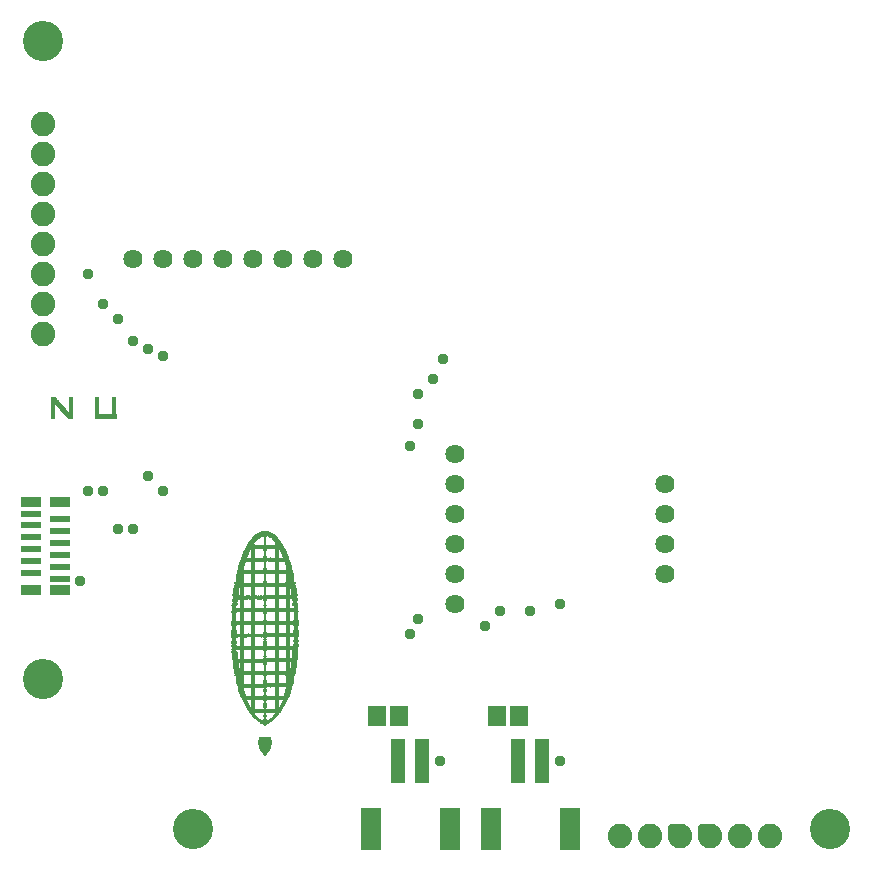
<source format=gts>
G04 EAGLE Gerber RS-274X export*
G75*
%MOMM*%
%FSLAX34Y34*%
%LPD*%
%INTop Solder Mask*%
%IPPOS*%
%AMOC8*
5,1,8,0,0,1.08239X$1,22.5*%
G01*
%ADD10R,0.045719X0.022856*%
%ADD11R,0.091438X0.022863*%
%ADD12R,0.160019X0.022856*%
%ADD13R,0.205738X0.022856*%
%ADD14R,0.228600X0.022856*%
%ADD15R,0.274319X0.022856*%
%ADD16R,0.320038X0.022863*%
%ADD17R,0.365756X0.022856*%
%ADD18R,0.388619X0.022856*%
%ADD19R,0.411481X0.022856*%
%ADD20R,0.457200X0.022856*%
%ADD21R,0.502919X0.022863*%
%ADD22R,0.525781X0.022856*%
%ADD23R,0.548638X0.022856*%
%ADD24R,0.617219X0.022856*%
%ADD25R,0.662938X0.022856*%
%ADD26R,0.662938X0.022863*%
%ADD27R,0.685800X0.022856*%
%ADD28R,0.708656X0.022856*%
%ADD29R,0.731519X0.022856*%
%ADD30R,0.777238X0.022856*%
%ADD31R,0.800100X0.022863*%
%ADD32R,0.800100X0.022856*%
%ADD33R,0.822956X0.022856*%
%ADD34R,0.845819X0.022856*%
%ADD35R,0.868681X0.022856*%
%ADD36R,0.914400X0.022863*%
%ADD37R,0.937256X0.022856*%
%ADD38R,0.960119X0.022856*%
%ADD39R,0.982981X0.022856*%
%ADD40R,0.982981X0.022863*%
%ADD41R,1.005837X0.022856*%
%ADD42R,1.028700X0.022856*%
%ADD43R,1.051556X0.022856*%
%ADD44R,1.074419X0.022856*%
%ADD45R,1.074419X0.022863*%
%ADD46R,1.097281X0.022863*%
%ADD47R,1.120138X0.022856*%
%ADD48R,1.120138X0.022863*%
%ADD49R,1.097275X0.022856*%
%ADD50R,1.005837X0.022863*%
%ADD51R,0.502919X0.022856*%
%ADD52R,0.068575X0.022856*%
%ADD53R,0.114300X0.022856*%
%ADD54R,0.137156X0.022856*%
%ADD55R,0.342900X0.022863*%
%ADD56R,0.022863X0.022856*%
%ADD57R,0.571500X0.022856*%
%ADD58R,0.022856X0.022856*%
%ADD59R,0.708656X0.022863*%
%ADD60R,0.914400X0.022856*%
%ADD61R,1.188719X0.022856*%
%ADD62R,0.754381X0.022856*%
%ADD63R,0.434338X0.022856*%
%ADD64R,0.297181X0.022856*%
%ADD65R,0.388619X0.022863*%
%ADD66R,0.274319X0.022863*%
%ADD67R,0.434338X0.022863*%
%ADD68R,0.342900X0.022856*%
%ADD69R,0.320038X0.022856*%
%ADD70R,0.251456X0.022856*%
%ADD71R,0.251456X0.022863*%
%ADD72R,0.297175X0.022856*%
%ADD73R,0.297181X0.022863*%
%ADD74R,0.297175X0.022863*%
%ADD75R,0.365762X0.022856*%
%ADD76R,1.485900X0.022856*%
%ADD77R,2.628900X0.022863*%
%ADD78R,2.674619X0.022856*%
%ADD79R,2.697481X0.022856*%
%ADD80R,2.743200X0.022856*%
%ADD81R,2.766056X0.022856*%
%ADD82R,2.788919X0.022863*%
%ADD83R,2.834637X0.022856*%
%ADD84R,2.857500X0.022856*%
%ADD85R,2.880356X0.022856*%
%ADD86R,2.926081X0.022856*%
%ADD87R,2.948937X0.022863*%
%ADD88R,1.600200X0.022856*%
%ADD89R,0.640081X0.022856*%
%ADD90R,0.685800X0.022863*%
%ADD91R,0.365756X0.022863*%
%ADD92R,0.411481X0.022863*%
%ADD93R,0.411475X0.022856*%
%ADD94R,2.080256X0.022863*%
%ADD95R,3.817619X0.022856*%
%ADD96R,3.840481X0.022856*%
%ADD97R,3.863338X0.022856*%
%ADD98R,3.886200X0.022863*%
%ADD99R,3.931919X0.022856*%
%ADD100R,3.954781X0.022856*%
%ADD101R,3.977638X0.022856*%
%ADD102R,4.000500X0.022863*%
%ADD103R,4.000500X0.022856*%
%ADD104R,2.148837X0.022856*%
%ADD105R,0.411475X0.022863*%
%ADD106R,0.480056X0.022856*%
%ADD107R,0.480056X0.022863*%
%ADD108R,2.446019X0.022856*%
%ADD109R,0.068581X0.022856*%
%ADD110R,4.594856X0.022856*%
%ADD111R,4.640581X0.022856*%
%ADD112R,4.640581X0.022863*%
%ADD113R,4.663438X0.022856*%
%ADD114R,4.686300X0.022863*%
%ADD115R,4.686300X0.022856*%
%ADD116R,4.709156X0.022856*%
%ADD117R,4.732019X0.022856*%
%ADD118R,2.560319X0.022856*%
%ADD119R,0.617219X0.022863*%
%ADD120R,0.640075X0.022856*%
%ADD121R,0.640081X0.022863*%
%ADD122R,0.640075X0.022863*%
%ADD123R,0.754381X0.022863*%
%ADD124R,0.731519X0.022863*%
%ADD125R,0.754375X0.022856*%
%ADD126R,0.777238X0.022863*%
%ADD127R,0.754375X0.022863*%
%ADD128R,5.097781X0.022856*%
%ADD129R,5.097781X0.022863*%
%ADD130R,5.143500X0.022856*%
%ADD131R,5.189219X0.022856*%
%ADD132R,5.189219X0.022863*%
%ADD133R,0.822956X0.022863*%
%ADD134R,2.743200X0.022863*%
%ADD135R,0.457200X0.022863*%
%ADD136R,0.480063X0.022856*%
%ADD137R,2.880362X0.022863*%
%ADD138R,5.463538X0.022856*%
%ADD139R,5.463538X0.022863*%
%ADD140R,5.486400X0.022863*%
%ADD141R,5.509256X0.022856*%
%ADD142R,2.903219X0.022856*%
%ADD143R,1.234438X0.022856*%
%ADD144R,0.594356X0.022856*%
%ADD145R,3.017519X0.022856*%
%ADD146R,5.600700X0.022856*%
%ADD147R,5.623556X0.022863*%
%ADD148R,5.623556X0.022856*%
%ADD149R,5.646419X0.022856*%
%ADD150R,5.646419X0.022863*%
%ADD151R,2.994656X0.022856*%
%ADD152R,3.063238X0.022856*%
%ADD153R,5.737856X0.022863*%
%ADD154R,5.737856X0.022856*%
%ADD155R,0.068581X0.022863*%
%ADD156R,3.040375X0.022863*%
%ADD157R,3.086100X0.022863*%
%ADD158R,5.692138X0.022856*%
%ADD159R,5.692138X0.022863*%
%ADD160R,5.600700X0.022863*%
%ADD161R,2.948937X0.022856*%
%ADD162R,1.348738X0.022856*%
%ADD163R,0.525775X0.022856*%
%ADD164R,0.480063X0.022863*%
%ADD165R,0.022856X0.022863*%
%ADD166R,0.022863X0.022863*%
%ADD167R,0.365762X0.022863*%
%ADD168R,0.160019X0.022863*%
%ADD169R,0.205738X0.022863*%
%ADD170R,2.926075X0.022863*%
%ADD171R,5.166356X0.022863*%
%ADD172R,5.143500X0.022863*%
%ADD173R,2.514600X0.022856*%
%ADD174R,4.777738X0.022856*%
%ADD175R,4.754875X0.022863*%
%ADD176R,4.732019X0.022863*%
%ADD177R,2.468881X0.022856*%
%ADD178R,0.548638X0.022863*%
%ADD179R,2.286000X0.022856*%
%ADD180R,4.183381X0.022863*%
%ADD181R,4.183381X0.022856*%
%ADD182R,4.160519X0.022856*%
%ADD183R,4.137656X0.022856*%
%ADD184R,4.114800X0.022856*%
%ADD185R,4.091938X0.022863*%
%ADD186R,4.091938X0.022856*%
%ADD187R,4.069075X0.022856*%
%ADD188R,4.046219X0.022856*%
%ADD189R,0.525775X0.022863*%
%ADD190R,2.240281X0.022863*%
%ADD191R,1.828800X0.022863*%
%ADD192R,3.360419X0.022856*%
%ADD193R,3.314700X0.022856*%
%ADD194R,3.268981X0.022856*%
%ADD195R,3.246119X0.022863*%
%ADD196R,3.223256X0.022856*%
%ADD197R,3.200400X0.022856*%
%ADD198R,3.154675X0.022856*%
%ADD199R,3.131819X0.022856*%
%ADD200R,3.108956X0.022863*%
%ADD201R,3.086100X0.022856*%
%ADD202R,1.668781X0.022856*%
%ADD203R,0.594363X0.022863*%
%ADD204R,0.594363X0.022856*%
%ADD205R,0.525781X0.022863*%
%ADD206R,0.571500X0.022863*%
%ADD207R,0.594356X0.022863*%
%ADD208R,1.051562X0.022856*%
%ADD209R,1.783075X0.022856*%
%ADD210R,1.737356X0.022856*%
%ADD211R,1.691638X0.022863*%
%ADD212R,1.623063X0.022856*%
%ADD213R,1.577338X0.022856*%
%ADD214R,1.508756X0.022856*%
%ADD215R,1.417319X0.022856*%
%ADD216R,1.394456X0.022863*%
%ADD217R,1.143000X0.022856*%
%ADD218R,0.937262X0.022863*%
%ADD219R,0.355600X0.008887*%
%ADD220R,0.364488X0.008887*%
%ADD221R,1.831338X0.008887*%
%ADD222R,0.337819X0.008887*%
%ADD223R,0.373375X0.008887*%
%ADD224R,0.382269X0.008887*%
%ADD225R,0.391156X0.008887*%
%ADD226R,0.400050X0.008887*%
%ADD227R,0.408938X0.008887*%
%ADD228R,0.417825X0.008887*%
%ADD229R,0.426719X0.008887*%
%ADD230R,0.435606X0.008887*%
%ADD231R,0.444500X0.008887*%
%ADD232R,0.453387X0.008887*%
%ADD233R,0.462275X0.008887*%
%ADD234R,0.471169X0.008887*%
%ADD235R,0.480056X0.008887*%
%ADD236R,0.488950X0.008887*%
%ADD237R,0.497838X0.008887*%
%ADD238R,0.506725X0.008887*%
%ADD239R,0.515619X0.008887*%
%ADD240R,0.524506X0.008887*%
%ADD241R,0.533400X0.008887*%
%ADD242R,0.542288X0.008887*%
%ADD243R,0.551175X0.008887*%
%ADD244R,0.560069X0.008887*%
%ADD245R,0.568956X0.008887*%
%ADD246R,0.577850X0.008887*%
%ADD247R,0.586738X0.008887*%
%ADD248R,0.595625X0.008887*%
%ADD249R,0.604519X0.008887*%
%ADD250R,0.613406X0.008887*%
%ADD251R,0.622300X0.008887*%
%ADD252R,0.631188X0.008887*%
%ADD253R,0.640075X0.008887*%
%ADD254R,0.648969X0.008887*%
%ADD255R,0.657856X0.008887*%
%ADD256R,0.346706X0.008887*%
%ADD257R,0.666750X0.008887*%
%ADD258R,0.675638X0.008887*%
%ADD259R,0.684525X0.008887*%
%ADD260R,0.693419X0.008887*%
%ADD261R,0.702306X0.008887*%
%ADD262R,0.711200X0.008887*%
%ADD263R,0.720087X0.008887*%
%ADD264R,0.728975X0.008887*%
%ADD265R,0.737869X0.008887*%
%ADD266R,0.746756X0.008887*%
%ADD267R,0.755650X0.008887*%
%ADD268R,0.764538X0.008887*%
%ADD269R,0.773425X0.008887*%
%ADD270R,0.782319X0.008887*%
%ADD271R,0.791206X0.008887*%
%ADD272R,0.800100X0.008887*%
%ADD273R,0.808988X0.008887*%
%ADD274R,0.462281X0.008887*%
%ADD275R,0.826769X0.008887*%
%ADD276R,0.817881X0.008887*%
%ADD277R,0.773431X0.008887*%
%ADD278R,0.728981X0.008887*%
%ADD279R,0.684531X0.008887*%
%ADD280R,0.640081X0.008887*%
%ADD281R,0.595631X0.008887*%
%ADD282R,0.551181X0.008887*%
%ADD283R,0.506731X0.008887*%
%ADD284R,0.417831X0.008887*%
%ADD285R,0.373381X0.008887*%
%ADD286R,1.203200X3.703200*%
%ADD287R,1.703200X3.603200*%
%ADD288R,1.503200X1.703200*%
%ADD289C,1.625600*%
%ADD290C,3.403200*%
%ADD291R,1.803400X0.609600*%
%ADD292R,1.803400X0.812800*%
%ADD293C,2.082800*%
%ADD294C,0.959600*%


D10*
X220358Y99886D03*
D11*
X220358Y100114D03*
D12*
X220243Y100343D03*
D13*
X220472Y100571D03*
D14*
X220358Y100800D03*
D15*
X220358Y101029D03*
D16*
X220358Y101257D03*
D17*
X220358Y101486D03*
D18*
X220472Y101714D03*
D19*
X220358Y101943D03*
D20*
X220358Y102172D03*
D21*
X220358Y102400D03*
D22*
X220472Y102629D03*
D23*
X220358Y102857D03*
D24*
X220243Y103086D03*
D25*
X220472Y103315D03*
D26*
X220472Y103543D03*
D27*
X220358Y103772D03*
D28*
X220472Y104000D03*
D29*
X220358Y104229D03*
D30*
X220358Y104458D03*
D31*
X220472Y104686D03*
D32*
X220472Y104915D03*
D33*
X220358Y105143D03*
D34*
X220472Y105372D03*
D35*
X220358Y105601D03*
D36*
X220358Y105829D03*
D37*
X220472Y106058D03*
X220472Y106286D03*
D38*
X220358Y106515D03*
D39*
X220472Y106744D03*
D40*
X220472Y106972D03*
D41*
X220358Y107201D03*
D42*
X220472Y107429D03*
D43*
X220358Y107658D03*
D44*
X220472Y107887D03*
D45*
X220472Y108115D03*
D44*
X220472Y108344D03*
X220472Y108572D03*
X220472Y108801D03*
X220472Y109030D03*
D46*
X220358Y109258D03*
D47*
X220472Y109487D03*
X220472Y109715D03*
X220472Y109944D03*
X220472Y110173D03*
D48*
X220472Y110401D03*
D47*
X220472Y110630D03*
X220472Y110858D03*
X220472Y111087D03*
X220472Y111316D03*
D48*
X220472Y111544D03*
D47*
X220472Y111773D03*
X220472Y112001D03*
X220472Y112230D03*
X220472Y112459D03*
D48*
X220472Y112687D03*
D49*
X220586Y112916D03*
D44*
X220472Y113144D03*
X220472Y113373D03*
X220472Y113602D03*
D45*
X220472Y113830D03*
D44*
X220472Y114059D03*
X220472Y114287D03*
D43*
X220586Y114516D03*
D42*
X220472Y114745D03*
D50*
X220586Y114973D03*
D39*
X220472Y115202D03*
D51*
X222872Y115430D03*
D52*
X220243Y125489D03*
D53*
X220472Y125717D03*
D54*
X220358Y125946D03*
D14*
X220129Y126175D03*
D55*
X220243Y126403D03*
D19*
X220358Y126632D03*
D51*
X220129Y126860D03*
D56*
X217272Y127089D03*
D57*
X220472Y127089D03*
D24*
X220243Y127318D03*
D58*
X223672Y127318D03*
D59*
X220243Y127546D03*
D32*
X220243Y127775D03*
D34*
X220472Y128003D03*
D60*
X220129Y128232D03*
D42*
X220243Y128461D03*
D45*
X220472Y128689D03*
D47*
X220243Y128918D03*
D61*
X220358Y129146D03*
D19*
X216471Y129375D03*
D62*
X222758Y129375D03*
D63*
X215900Y129604D03*
D64*
X220472Y129604D03*
D19*
X224472Y129604D03*
D65*
X215443Y129832D03*
D66*
X220586Y129832D03*
D67*
X225044Y129832D03*
D68*
X215214Y130061D03*
D15*
X220358Y130061D03*
D18*
X225501Y130061D03*
D68*
X214757Y130289D03*
D64*
X220472Y130289D03*
D68*
X225730Y130289D03*
D69*
X214414Y130518D03*
D15*
X220586Y130518D03*
D68*
X226187Y130518D03*
D69*
X214185Y130747D03*
D70*
X220472Y130747D03*
D69*
X226530Y130747D03*
D16*
X213957Y130975D03*
D71*
X220472Y130975D03*
D16*
X226758Y130975D03*
D64*
X213614Y131204D03*
D70*
X220472Y131204D03*
D69*
X226987Y131204D03*
D72*
X213385Y131432D03*
D70*
X220472Y131432D03*
D64*
X227330Y131432D03*
D72*
X213157Y131661D03*
D70*
X220472Y131661D03*
D64*
X227559Y131661D03*
D69*
X212814Y131890D03*
D70*
X220472Y131890D03*
D64*
X227787Y131890D03*
D16*
X212585Y132118D03*
D71*
X220472Y132118D03*
D16*
X228130Y132118D03*
D15*
X212357Y132347D03*
D70*
X220472Y132347D03*
D69*
X228359Y132347D03*
X212128Y132575D03*
D70*
X220472Y132575D03*
D15*
X228587Y132575D03*
D72*
X212014Y132804D03*
D15*
X220358Y132804D03*
D69*
X228816Y132804D03*
D64*
X211785Y133033D03*
X220472Y133033D03*
X228930Y133033D03*
D73*
X211557Y133261D03*
X220472Y133261D03*
D74*
X229159Y133261D03*
D15*
X211442Y133490D03*
X220586Y133490D03*
D72*
X229387Y133490D03*
X211099Y133718D03*
D70*
X220472Y133718D03*
D15*
X229502Y133718D03*
D72*
X210871Y133947D03*
D70*
X220472Y133947D03*
D64*
X229845Y133947D03*
D72*
X210871Y134176D03*
D70*
X220472Y134176D03*
D64*
X230073Y134176D03*
D16*
X210528Y134404D03*
D71*
X220472Y134404D03*
D73*
X230073Y134404D03*
D69*
X210299Y134633D03*
D70*
X220472Y134633D03*
D69*
X230416Y134633D03*
D64*
X210185Y134861D03*
D70*
X220472Y134861D03*
D69*
X230645Y134861D03*
D68*
X209956Y135090D03*
D70*
X220472Y135090D03*
D64*
X230759Y135090D03*
D68*
X209956Y135319D03*
D70*
X220472Y135319D03*
D68*
X230988Y135319D03*
D55*
X209956Y135547D03*
D71*
X220472Y135547D03*
D55*
X230988Y135547D03*
D75*
X209842Y135776D03*
D70*
X220472Y135776D03*
D68*
X230988Y135776D03*
D19*
X209613Y136004D03*
D15*
X220358Y136004D03*
D17*
X231102Y136004D03*
D63*
X209728Y136233D03*
D53*
X212700Y136233D03*
D20*
X216014Y136233D03*
D68*
X220243Y136233D03*
D19*
X231330Y136233D03*
D76*
X214986Y136462D03*
D20*
X224930Y136462D03*
D53*
X228244Y136462D03*
D63*
X231216Y136462D03*
D77*
X220243Y136690D03*
D78*
X220472Y136919D03*
D79*
X220358Y137147D03*
D80*
X220358Y137376D03*
D81*
X220472Y137605D03*
D82*
X220358Y137833D03*
D83*
X220358Y138062D03*
D84*
X220472Y138290D03*
D85*
X220358Y138519D03*
D86*
X220358Y138748D03*
D87*
X220472Y138976D03*
D24*
X208585Y139205D03*
D88*
X227216Y139205D03*
D89*
X208470Y139433D03*
D70*
X220472Y139433D03*
D24*
X232359Y139433D03*
D89*
X208470Y139662D03*
D70*
X220472Y139662D03*
D89*
X232473Y139662D03*
D25*
X208356Y139891D03*
D70*
X220472Y139891D03*
D89*
X232473Y139891D03*
D90*
X208242Y140119D03*
D71*
X220472Y140119D03*
D26*
X232588Y140119D03*
D27*
X208242Y140348D03*
D70*
X220472Y140348D03*
D27*
X232702Y140348D03*
D68*
X206527Y140576D03*
D69*
X210071Y140576D03*
D70*
X220472Y140576D03*
D27*
X232702Y140576D03*
D68*
X206299Y140805D03*
D69*
X210071Y140805D03*
D15*
X220358Y140805D03*
D69*
X230873Y140805D03*
D68*
X234417Y140805D03*
D69*
X206184Y141034D03*
X210071Y141034D03*
D64*
X220472Y141034D03*
D69*
X230873Y141034D03*
D68*
X234645Y141034D03*
D91*
X205956Y141262D03*
D16*
X210071Y141262D03*
D73*
X220472Y141262D03*
D16*
X230873Y141262D03*
X234759Y141262D03*
D68*
X205842Y141491D03*
D69*
X210071Y141491D03*
D15*
X220586Y141491D03*
D69*
X230873Y141491D03*
D75*
X234988Y141491D03*
D68*
X205842Y141719D03*
D69*
X210071Y141719D03*
D15*
X220358Y141719D03*
D69*
X230873Y141719D03*
D68*
X235102Y141719D03*
D17*
X205727Y141948D03*
D69*
X210071Y141948D03*
D64*
X220472Y141948D03*
D69*
X230873Y141948D03*
D68*
X235102Y141948D03*
D17*
X205499Y142177D03*
D69*
X210071Y142177D03*
D15*
X220586Y142177D03*
D69*
X230873Y142177D03*
D17*
X235217Y142177D03*
D65*
X205384Y142405D03*
D16*
X210071Y142405D03*
D71*
X220472Y142405D03*
D16*
X230873Y142405D03*
D91*
X235445Y142405D03*
D75*
X205270Y142634D03*
D64*
X210185Y142634D03*
D15*
X220358Y142634D03*
D69*
X230873Y142634D03*
D18*
X235560Y142634D03*
D75*
X205270Y142862D03*
D69*
X210071Y142862D03*
D64*
X220472Y142862D03*
X230759Y142862D03*
D17*
X235674Y142862D03*
D18*
X205156Y143091D03*
D69*
X210071Y143091D03*
D64*
X220472Y143091D03*
D69*
X230873Y143091D03*
D17*
X235674Y143091D03*
X205041Y143320D03*
D69*
X210071Y143320D03*
D64*
X220472Y143320D03*
D69*
X230873Y143320D03*
D18*
X235788Y143320D03*
D65*
X204927Y143548D03*
D16*
X210071Y143548D03*
D73*
X220472Y143548D03*
D16*
X230873Y143548D03*
D91*
X235902Y143548D03*
D18*
X204699Y143777D03*
D69*
X210071Y143777D03*
D15*
X220586Y143777D03*
D69*
X230873Y143777D03*
D18*
X236017Y143777D03*
D17*
X204584Y144005D03*
D69*
X210071Y144005D03*
D70*
X220472Y144005D03*
D69*
X230873Y144005D03*
D18*
X236245Y144005D03*
D17*
X204584Y144234D03*
D69*
X210071Y144234D03*
D70*
X220472Y144234D03*
D69*
X230873Y144234D03*
D17*
X236360Y144234D03*
D18*
X204470Y144463D03*
D69*
X210071Y144463D03*
D70*
X220472Y144463D03*
D69*
X230873Y144463D03*
D17*
X236360Y144463D03*
D91*
X204356Y144691D03*
D16*
X210071Y144691D03*
D71*
X220472Y144691D03*
D16*
X230873Y144691D03*
D65*
X236474Y144691D03*
D18*
X204241Y144920D03*
D69*
X210071Y144920D03*
D70*
X220472Y144920D03*
D69*
X230873Y144920D03*
D17*
X236588Y144920D03*
D75*
X204127Y145148D03*
D69*
X210071Y145148D03*
D70*
X220472Y145148D03*
D69*
X230873Y145148D03*
D18*
X236703Y145148D03*
X204013Y145377D03*
D69*
X210071Y145377D03*
D70*
X220472Y145377D03*
D69*
X230873Y145377D03*
D17*
X236817Y145377D03*
D19*
X203898Y145606D03*
D69*
X210071Y145606D03*
D70*
X220472Y145606D03*
D69*
X230873Y145606D03*
D18*
X236931Y145606D03*
D65*
X203784Y145834D03*
D73*
X210185Y145834D03*
D71*
X220472Y145834D03*
D16*
X230873Y145834D03*
D92*
X237045Y145834D03*
D17*
X203670Y146063D03*
D64*
X210185Y146063D03*
D70*
X220472Y146063D03*
D64*
X230759Y146063D03*
D18*
X237160Y146063D03*
X203556Y146291D03*
D64*
X210185Y146291D03*
D70*
X220472Y146291D03*
D64*
X230759Y146291D03*
D75*
X237274Y146291D03*
D93*
X203441Y146520D03*
D69*
X210071Y146520D03*
D15*
X220358Y146520D03*
D64*
X230759Y146520D03*
D18*
X237388Y146520D03*
D93*
X203441Y146749D03*
D69*
X210071Y146749D03*
X220358Y146749D03*
X230873Y146749D03*
D19*
X237503Y146749D03*
D94*
X211785Y146977D03*
D16*
X230873Y146977D03*
D92*
X237503Y146977D03*
D95*
X220472Y147206D03*
D96*
X220358Y147434D03*
D97*
X220472Y147663D03*
X220472Y147892D03*
D98*
X220358Y148120D03*
D99*
X220358Y148349D03*
D100*
X220472Y148577D03*
X220472Y148806D03*
D101*
X220358Y149035D03*
D102*
X220472Y149263D03*
D103*
X220472Y149492D03*
D63*
X202184Y149720D03*
D69*
X210071Y149720D03*
D104*
X229730Y149720D03*
D19*
X202070Y149949D03*
D69*
X210071Y149949D03*
D64*
X220472Y149949D03*
D69*
X230873Y149949D03*
D63*
X238760Y149949D03*
D19*
X202070Y150178D03*
D69*
X210071Y150178D03*
D15*
X220586Y150178D03*
D69*
X230873Y150178D03*
D93*
X238874Y150178D03*
D67*
X201955Y150406D03*
D73*
X210185Y150406D03*
D66*
X220358Y150406D03*
D16*
X230873Y150406D03*
D105*
X238874Y150406D03*
D19*
X201841Y150635D03*
D69*
X210071Y150635D03*
D15*
X220586Y150635D03*
D64*
X230759Y150635D03*
D63*
X238989Y150635D03*
D19*
X201841Y150863D03*
D69*
X210071Y150863D03*
D70*
X220472Y150863D03*
D69*
X230873Y150863D03*
D93*
X239103Y150863D03*
D19*
X201841Y151092D03*
D69*
X210071Y151092D03*
D70*
X220472Y151092D03*
D69*
X230873Y151092D03*
D93*
X239103Y151092D03*
D19*
X201612Y151321D03*
D64*
X210185Y151321D03*
D70*
X220472Y151321D03*
D69*
X230873Y151321D03*
D93*
X239103Y151321D03*
D67*
X201498Y151549D03*
D73*
X210185Y151549D03*
D71*
X220472Y151549D03*
D73*
X230759Y151549D03*
D92*
X239331Y151549D03*
D63*
X201498Y151778D03*
D64*
X210185Y151778D03*
D70*
X220472Y151778D03*
D64*
X230759Y151778D03*
D63*
X239446Y151778D03*
D93*
X201384Y152006D03*
D64*
X210185Y152006D03*
D70*
X220472Y152006D03*
D64*
X230759Y152006D03*
D63*
X239446Y152006D03*
D93*
X201384Y152235D03*
D64*
X210185Y152235D03*
D70*
X220472Y152235D03*
D64*
X230759Y152235D03*
D19*
X239560Y152235D03*
D63*
X201270Y152464D03*
D64*
X210185Y152464D03*
D70*
X220472Y152464D03*
D64*
X230759Y152464D03*
D19*
X239560Y152464D03*
D105*
X201155Y152692D03*
D73*
X210185Y152692D03*
D71*
X220472Y152692D03*
D73*
X230759Y152692D03*
D67*
X239674Y152692D03*
D93*
X201155Y152921D03*
D64*
X210185Y152921D03*
D70*
X220472Y152921D03*
D64*
X230759Y152921D03*
D19*
X239789Y152921D03*
D63*
X201041Y153149D03*
D64*
X210185Y153149D03*
D70*
X220472Y153149D03*
D64*
X230759Y153149D03*
D19*
X239789Y153149D03*
D18*
X201041Y153378D03*
D64*
X210185Y153378D03*
D70*
X220472Y153378D03*
D64*
X230759Y153378D03*
D63*
X239903Y153378D03*
X200812Y153607D03*
D64*
X210185Y153607D03*
D70*
X220472Y153607D03*
D64*
X230759Y153607D03*
D18*
X239903Y153607D03*
D67*
X200812Y153835D03*
D73*
X210185Y153835D03*
D71*
X220472Y153835D03*
D73*
X230759Y153835D03*
D67*
X240132Y153835D03*
D19*
X200698Y154064D03*
D64*
X210185Y154064D03*
D70*
X220472Y154064D03*
D64*
X230759Y154064D03*
D63*
X240132Y154064D03*
X200584Y154292D03*
D64*
X210185Y154292D03*
D15*
X220358Y154292D03*
D64*
X230759Y154292D03*
D93*
X240246Y154292D03*
D63*
X200584Y154521D03*
D64*
X210185Y154521D03*
X220472Y154521D03*
X230759Y154521D03*
D63*
X240360Y154521D03*
X200584Y154750D03*
D64*
X210185Y154750D03*
X220472Y154750D03*
X230759Y154750D03*
D63*
X240360Y154750D03*
D67*
X200584Y154978D03*
D73*
X210185Y154978D03*
D66*
X220586Y154978D03*
D73*
X230759Y154978D03*
D67*
X240360Y154978D03*
D63*
X200584Y155207D03*
D64*
X210185Y155207D03*
D70*
X220472Y155207D03*
D64*
X230759Y155207D03*
D63*
X240360Y155207D03*
D106*
X200355Y155435D03*
D64*
X210185Y155435D03*
D70*
X220472Y155435D03*
D64*
X230759Y155435D03*
D63*
X240360Y155435D03*
D106*
X200355Y155664D03*
D64*
X210185Y155664D03*
D15*
X220358Y155664D03*
D64*
X230759Y155664D03*
D106*
X240589Y155664D03*
X200355Y155893D03*
D64*
X210185Y155893D03*
D15*
X220586Y155893D03*
D64*
X230759Y155893D03*
D106*
X240589Y155893D03*
D107*
X200355Y156121D03*
D16*
X210071Y156121D03*
D71*
X220472Y156121D03*
D73*
X230759Y156121D03*
D107*
X240589Y156121D03*
D106*
X200355Y156350D03*
D64*
X210185Y156350D03*
D70*
X220472Y156350D03*
D69*
X230873Y156350D03*
D106*
X240589Y156350D03*
D51*
X200241Y156578D03*
D64*
X210185Y156578D03*
D70*
X220472Y156578D03*
D64*
X230759Y156578D03*
D106*
X240589Y156578D03*
D51*
X200241Y156807D03*
D64*
X210185Y156807D03*
D70*
X220472Y156807D03*
D64*
X230759Y156807D03*
D51*
X240703Y156807D03*
X200241Y157036D03*
D69*
X210071Y157036D03*
D70*
X220472Y157036D03*
D64*
X230759Y157036D03*
D51*
X240703Y157036D03*
D21*
X200241Y157264D03*
D16*
X210071Y157264D03*
D66*
X220358Y157264D03*
D16*
X230873Y157264D03*
D21*
X240703Y157264D03*
D51*
X200241Y157493D03*
D68*
X209956Y157493D03*
D52*
X215671Y157493D03*
D69*
X220358Y157493D03*
X230873Y157493D03*
D51*
X240703Y157493D03*
D108*
X209956Y157721D03*
D109*
X225273Y157721D03*
D68*
X230988Y157721D03*
D51*
X240703Y157721D03*
D110*
X220243Y157950D03*
D111*
X220472Y158179D03*
D112*
X220472Y158407D03*
D111*
X220472Y158636D03*
X220472Y158864D03*
X220472Y159093D03*
D113*
X220358Y159322D03*
D114*
X220472Y159550D03*
D115*
X220472Y159779D03*
D116*
X220358Y160007D03*
D117*
X220243Y160236D03*
D24*
X199669Y160465D03*
D69*
X210071Y160465D03*
D118*
X231559Y160465D03*
D119*
X199669Y160693D03*
D16*
X210071Y160693D03*
D73*
X220701Y160693D03*
D16*
X230873Y160693D03*
D119*
X241275Y160693D03*
D24*
X199669Y160922D03*
D64*
X210185Y160922D03*
D70*
X220472Y160922D03*
D69*
X230873Y160922D03*
D24*
X241275Y160922D03*
X199669Y161150D03*
D64*
X210185Y161150D03*
D70*
X220472Y161150D03*
D64*
X230759Y161150D03*
D24*
X241275Y161150D03*
D89*
X199555Y161379D03*
D69*
X210071Y161379D03*
D70*
X220472Y161379D03*
D64*
X230759Y161379D03*
D24*
X241275Y161379D03*
D89*
X199555Y161608D03*
D64*
X210185Y161608D03*
D15*
X220358Y161608D03*
D69*
X230873Y161608D03*
D120*
X241389Y161608D03*
D121*
X199555Y161836D03*
D73*
X210185Y161836D03*
X220472Y161836D03*
X230759Y161836D03*
D122*
X241389Y161836D03*
D89*
X199555Y162065D03*
D69*
X210071Y162065D03*
D64*
X220472Y162065D03*
X230759Y162065D03*
D120*
X241389Y162065D03*
D89*
X199555Y162293D03*
D69*
X210071Y162293D03*
D64*
X220472Y162293D03*
D69*
X230873Y162293D03*
D120*
X241389Y162293D03*
D89*
X199555Y162522D03*
D64*
X210185Y162522D03*
X220472Y162522D03*
D69*
X230873Y162522D03*
D120*
X241389Y162522D03*
D89*
X199555Y162751D03*
D64*
X210185Y162751D03*
X220472Y162751D03*
X230759Y162751D03*
D120*
X241389Y162751D03*
D90*
X199326Y162979D03*
D73*
X210185Y162979D03*
X220472Y162979D03*
X230759Y162979D03*
D122*
X241389Y162979D03*
D27*
X199326Y163208D03*
D69*
X210071Y163208D03*
D64*
X220472Y163208D03*
X230759Y163208D03*
D27*
X241617Y163208D03*
X199326Y163436D03*
D69*
X210071Y163436D03*
D15*
X220586Y163436D03*
D69*
X230873Y163436D03*
D27*
X241617Y163436D03*
X199326Y163665D03*
D69*
X210071Y163665D03*
D70*
X220472Y163665D03*
D69*
X230873Y163665D03*
D27*
X241617Y163665D03*
X199326Y163894D03*
D69*
X210071Y163894D03*
D70*
X220472Y163894D03*
D69*
X230873Y163894D03*
D27*
X241617Y163894D03*
D90*
X199326Y164122D03*
D16*
X210071Y164122D03*
D71*
X220472Y164122D03*
D16*
X230873Y164122D03*
D90*
X241617Y164122D03*
D27*
X199326Y164351D03*
D69*
X210071Y164351D03*
D70*
X220472Y164351D03*
D69*
X230873Y164351D03*
D27*
X241617Y164351D03*
X199326Y164579D03*
D69*
X210071Y164579D03*
D70*
X220472Y164579D03*
D69*
X230873Y164579D03*
D27*
X241617Y164579D03*
D28*
X199212Y164808D03*
D64*
X210185Y164808D03*
D70*
X220472Y164808D03*
D69*
X230873Y164808D03*
D27*
X241617Y164808D03*
D28*
X199212Y165037D03*
D64*
X210185Y165037D03*
D70*
X220472Y165037D03*
D64*
X230759Y165037D03*
D28*
X241732Y165037D03*
D59*
X199212Y165265D03*
D73*
X210185Y165265D03*
D71*
X220472Y165265D03*
D73*
X230759Y165265D03*
D59*
X241732Y165265D03*
D28*
X199212Y165494D03*
D64*
X210185Y165494D03*
D70*
X220472Y165494D03*
D64*
X230759Y165494D03*
D28*
X241732Y165494D03*
X199212Y165722D03*
D64*
X210185Y165722D03*
D70*
X220472Y165722D03*
D64*
X230759Y165722D03*
D28*
X241732Y165722D03*
D29*
X199098Y165951D03*
D64*
X210185Y165951D03*
D70*
X220472Y165951D03*
D64*
X230759Y165951D03*
D28*
X241732Y165951D03*
D29*
X199098Y166180D03*
D64*
X210185Y166180D03*
D70*
X220472Y166180D03*
D64*
X230759Y166180D03*
D28*
X241732Y166180D03*
D123*
X198984Y166408D03*
D73*
X210185Y166408D03*
D71*
X220472Y166408D03*
D73*
X230759Y166408D03*
D124*
X241846Y166408D03*
D62*
X198984Y166637D03*
D64*
X210185Y166637D03*
D70*
X220472Y166637D03*
D64*
X230759Y166637D03*
D125*
X241960Y166637D03*
D62*
X198984Y166865D03*
D64*
X210185Y166865D03*
D70*
X220472Y166865D03*
D64*
X230759Y166865D03*
D125*
X241960Y166865D03*
D62*
X198984Y167094D03*
D64*
X210185Y167094D03*
D70*
X220472Y167094D03*
D64*
X230759Y167094D03*
D125*
X241960Y167094D03*
D62*
X198984Y167323D03*
D64*
X210185Y167323D03*
D15*
X220358Y167323D03*
D64*
X230759Y167323D03*
D125*
X241960Y167323D03*
D126*
X198869Y167551D03*
D73*
X210185Y167551D03*
D66*
X220586Y167551D03*
D73*
X230759Y167551D03*
D127*
X241960Y167551D03*
D30*
X198869Y167780D03*
D69*
X210071Y167780D03*
D70*
X220472Y167780D03*
D64*
X230759Y167780D03*
D30*
X242075Y167780D03*
X198869Y168008D03*
D69*
X210071Y168008D03*
D70*
X220472Y168008D03*
D69*
X230873Y168008D03*
D30*
X242075Y168008D03*
D78*
X208356Y168237D03*
D69*
X230873Y168237D03*
D30*
X242075Y168237D03*
D128*
X220472Y168466D03*
D129*
X220472Y168694D03*
D128*
X220472Y168923D03*
X220472Y169151D03*
D130*
X220243Y169380D03*
D131*
X220472Y169609D03*
D132*
X220472Y169837D03*
D131*
X220472Y170066D03*
X220472Y170294D03*
X220472Y170523D03*
X220472Y170752D03*
D133*
X198641Y170980D03*
D16*
X210071Y170980D03*
D134*
X232702Y170980D03*
D20*
X196812Y171209D03*
D69*
X201155Y171209D03*
X210071Y171209D03*
D64*
X220472Y171209D03*
D69*
X230873Y171209D03*
D33*
X242303Y171209D03*
D63*
X196698Y171437D03*
D69*
X201155Y171437D03*
X210071Y171437D03*
D15*
X220586Y171437D03*
D69*
X230873Y171437D03*
X239789Y171437D03*
D20*
X244132Y171437D03*
X196583Y171666D03*
D69*
X201155Y171666D03*
X210071Y171666D03*
D70*
X220472Y171666D03*
D69*
X230873Y171666D03*
X239789Y171666D03*
D63*
X244246Y171666D03*
X196469Y171895D03*
D69*
X201155Y171895D03*
X210071Y171895D03*
D70*
X220472Y171895D03*
D69*
X230873Y171895D03*
X239789Y171895D03*
D20*
X244361Y171895D03*
D67*
X196469Y172123D03*
D16*
X201155Y172123D03*
X210071Y172123D03*
D71*
X220472Y172123D03*
D16*
X230873Y172123D03*
X239789Y172123D03*
D67*
X244475Y172123D03*
D63*
X196469Y172352D03*
D69*
X201155Y172352D03*
X210071Y172352D03*
D70*
X220472Y172352D03*
D69*
X230873Y172352D03*
X239789Y172352D03*
D63*
X244475Y172352D03*
X196469Y172580D03*
D69*
X201155Y172580D03*
D64*
X210185Y172580D03*
D70*
X220472Y172580D03*
D69*
X230873Y172580D03*
X239789Y172580D03*
D63*
X244475Y172580D03*
X196469Y172809D03*
D69*
X201155Y172809D03*
X210071Y172809D03*
D70*
X220472Y172809D03*
D64*
X230759Y172809D03*
D69*
X239789Y172809D03*
D63*
X244475Y172809D03*
X196469Y173038D03*
D69*
X201155Y173038D03*
X210071Y173038D03*
D70*
X220472Y173038D03*
D69*
X230873Y173038D03*
X239789Y173038D03*
D63*
X244475Y173038D03*
D67*
X196469Y173266D03*
D16*
X201155Y173266D03*
X210071Y173266D03*
D71*
X220472Y173266D03*
D16*
X230873Y173266D03*
X239789Y173266D03*
D67*
X244475Y173266D03*
D63*
X196469Y173495D03*
D69*
X201155Y173495D03*
D64*
X210185Y173495D03*
D70*
X220472Y173495D03*
D69*
X230873Y173495D03*
X239789Y173495D03*
D63*
X244475Y173495D03*
D19*
X196355Y173723D03*
D69*
X201155Y173723D03*
D64*
X210185Y173723D03*
D70*
X220472Y173723D03*
D64*
X230759Y173723D03*
D69*
X239789Y173723D03*
D63*
X244475Y173723D03*
X196240Y173952D03*
D69*
X201155Y173952D03*
D64*
X210185Y173952D03*
D70*
X220472Y173952D03*
D64*
X230759Y173952D03*
D69*
X239789Y173952D03*
D93*
X244589Y173952D03*
D20*
X196126Y174181D03*
D69*
X201155Y174181D03*
D64*
X210185Y174181D03*
D70*
X220472Y174181D03*
D64*
X230759Y174181D03*
D69*
X239789Y174181D03*
D63*
X244704Y174181D03*
D135*
X196126Y174409D03*
D16*
X201155Y174409D03*
D73*
X210185Y174409D03*
D71*
X220472Y174409D03*
D73*
X230759Y174409D03*
D16*
X239789Y174409D03*
D135*
X244818Y174409D03*
D20*
X196126Y174638D03*
D69*
X201155Y174638D03*
D64*
X210185Y174638D03*
D70*
X220472Y174638D03*
D64*
X230759Y174638D03*
D69*
X239789Y174638D03*
D20*
X244818Y174638D03*
X196126Y174866D03*
D69*
X201155Y174866D03*
D64*
X210185Y174866D03*
D70*
X220472Y174866D03*
D64*
X230759Y174866D03*
D69*
X239789Y174866D03*
D20*
X244818Y174866D03*
D63*
X196012Y175095D03*
D69*
X201155Y175095D03*
D64*
X210185Y175095D03*
D70*
X220472Y175095D03*
D64*
X230759Y175095D03*
D69*
X239789Y175095D03*
D20*
X244818Y175095D03*
D63*
X196012Y175324D03*
D69*
X201155Y175324D03*
D64*
X210185Y175324D03*
D70*
X220472Y175324D03*
D64*
X230759Y175324D03*
D69*
X239789Y175324D03*
D63*
X244932Y175324D03*
D67*
X196012Y175552D03*
D16*
X201155Y175552D03*
D73*
X210185Y175552D03*
D71*
X220472Y175552D03*
D73*
X230759Y175552D03*
D16*
X239789Y175552D03*
D67*
X244932Y175552D03*
D63*
X196012Y175781D03*
D69*
X201155Y175781D03*
D64*
X210185Y175781D03*
D70*
X220472Y175781D03*
D64*
X230759Y175781D03*
D69*
X239789Y175781D03*
D63*
X244932Y175781D03*
X196012Y176009D03*
D69*
X201155Y176009D03*
D64*
X210185Y176009D03*
D70*
X220472Y176009D03*
D64*
X230759Y176009D03*
D69*
X239789Y176009D03*
D63*
X244932Y176009D03*
D20*
X195897Y176238D03*
D69*
X201155Y176238D03*
D64*
X210185Y176238D03*
D70*
X220472Y176238D03*
D64*
X230759Y176238D03*
D69*
X239789Y176238D03*
D63*
X244932Y176238D03*
X195783Y176467D03*
D69*
X201155Y176467D03*
D64*
X210185Y176467D03*
D70*
X220472Y176467D03*
D64*
X230759Y176467D03*
D69*
X239789Y176467D03*
D20*
X245046Y176467D03*
D67*
X195783Y176695D03*
D16*
X201155Y176695D03*
D73*
X210185Y176695D03*
D71*
X220472Y176695D03*
D73*
X230759Y176695D03*
D16*
X239789Y176695D03*
D67*
X245161Y176695D03*
D63*
X195783Y176924D03*
D69*
X201155Y176924D03*
D64*
X210185Y176924D03*
D70*
X220472Y176924D03*
D64*
X230759Y176924D03*
D69*
X239789Y176924D03*
D63*
X245161Y176924D03*
X195783Y177152D03*
D69*
X201155Y177152D03*
D64*
X210185Y177152D03*
D70*
X220472Y177152D03*
D64*
X230759Y177152D03*
D69*
X239789Y177152D03*
D63*
X245161Y177152D03*
X195783Y177381D03*
D69*
X201155Y177381D03*
D64*
X210185Y177381D03*
D15*
X220358Y177381D03*
D64*
X230759Y177381D03*
D69*
X239789Y177381D03*
D63*
X245161Y177381D03*
X195783Y177610D03*
D69*
X201155Y177610D03*
D64*
X210185Y177610D03*
X220472Y177610D03*
X230759Y177610D03*
D69*
X239789Y177610D03*
D63*
X245161Y177610D03*
D135*
X195669Y177838D03*
D16*
X201155Y177838D03*
D73*
X210185Y177838D03*
X220472Y177838D03*
X230759Y177838D03*
D16*
X239789Y177838D03*
D67*
X245161Y177838D03*
D136*
X195555Y178067D03*
D69*
X201155Y178067D03*
X210071Y178067D03*
D64*
X220472Y178067D03*
X230759Y178067D03*
D69*
X239789Y178067D03*
D20*
X245275Y178067D03*
D136*
X195555Y178295D03*
D69*
X201155Y178295D03*
X210071Y178295D03*
D64*
X220472Y178295D03*
D69*
X230873Y178295D03*
X239789Y178295D03*
D106*
X245389Y178295D03*
D136*
X195555Y178524D03*
D64*
X201270Y178524D03*
D69*
X210071Y178524D03*
D64*
X220472Y178524D03*
D69*
X230873Y178524D03*
X239789Y178524D03*
D106*
X245389Y178524D03*
D136*
X195555Y178753D03*
D69*
X201155Y178753D03*
X210071Y178753D03*
D64*
X220472Y178753D03*
D69*
X230873Y178753D03*
D72*
X239674Y178753D03*
D106*
X245389Y178753D03*
D137*
X207556Y178981D03*
D16*
X230873Y178981D03*
X239789Y178981D03*
D107*
X245389Y178981D03*
D138*
X220472Y179210D03*
X220472Y179438D03*
X220472Y179667D03*
X220472Y179896D03*
D139*
X220472Y180124D03*
D138*
X220472Y180353D03*
X220472Y180581D03*
X220472Y180810D03*
X220472Y181039D03*
D140*
X220358Y181267D03*
D141*
X220472Y181496D03*
D20*
X195212Y181724D03*
D69*
X201155Y181724D03*
X210071Y181724D03*
D142*
X233502Y181724D03*
D63*
X195097Y181953D03*
D69*
X201155Y181953D03*
X210071Y181953D03*
D64*
X220472Y181953D03*
D69*
X230873Y181953D03*
X239789Y181953D03*
D20*
X245732Y181953D03*
D63*
X195097Y182182D03*
D69*
X201155Y182182D03*
X210071Y182182D03*
D15*
X220586Y182182D03*
D69*
X230873Y182182D03*
X239789Y182182D03*
D63*
X245847Y182182D03*
D67*
X195097Y182410D03*
D16*
X201155Y182410D03*
X210071Y182410D03*
D71*
X220472Y182410D03*
D16*
X230873Y182410D03*
X239789Y182410D03*
D67*
X245847Y182410D03*
D63*
X195097Y182639D03*
D69*
X201155Y182639D03*
X210071Y182639D03*
D70*
X220472Y182639D03*
D69*
X230873Y182639D03*
X239789Y182639D03*
D63*
X245847Y182639D03*
X195097Y182867D03*
D69*
X201155Y182867D03*
D64*
X210185Y182867D03*
D70*
X220472Y182867D03*
D69*
X230873Y182867D03*
X239789Y182867D03*
D63*
X245847Y182867D03*
X195097Y183096D03*
D69*
X201155Y183096D03*
X210071Y183096D03*
D70*
X220472Y183096D03*
D64*
X230759Y183096D03*
D69*
X239789Y183096D03*
D63*
X245847Y183096D03*
X195097Y183325D03*
D69*
X201155Y183325D03*
X210071Y183325D03*
D70*
X220472Y183325D03*
D69*
X230873Y183325D03*
X239789Y183325D03*
D63*
X245847Y183325D03*
D67*
X195097Y183553D03*
D16*
X201155Y183553D03*
X210071Y183553D03*
D66*
X220358Y183553D03*
D16*
X230873Y183553D03*
X239789Y183553D03*
D67*
X245847Y183553D03*
D63*
X195097Y183782D03*
D69*
X201155Y183782D03*
X210071Y183782D03*
D64*
X220472Y183782D03*
D69*
X230873Y183782D03*
X239789Y183782D03*
D63*
X245847Y183782D03*
X195097Y184010D03*
D69*
X201155Y184010D03*
X210071Y184010D03*
D15*
X220586Y184010D03*
D69*
X230873Y184010D03*
X239789Y184010D03*
D63*
X245847Y184010D03*
X195097Y184239D03*
D69*
X201155Y184239D03*
X210071Y184239D03*
D70*
X220472Y184239D03*
D69*
X230873Y184239D03*
X239789Y184239D03*
D63*
X245847Y184239D03*
D19*
X194983Y184468D03*
D69*
X201155Y184468D03*
X210071Y184468D03*
D70*
X220472Y184468D03*
D69*
X230873Y184468D03*
X239789Y184468D03*
D63*
X245847Y184468D03*
D92*
X194983Y184696D03*
D16*
X201155Y184696D03*
X210071Y184696D03*
D71*
X220472Y184696D03*
D16*
X230873Y184696D03*
X239789Y184696D03*
D105*
X245961Y184696D03*
D63*
X194869Y184925D03*
D69*
X201155Y184925D03*
X210071Y184925D03*
D70*
X220472Y184925D03*
D69*
X230873Y184925D03*
X239789Y184925D03*
D93*
X245961Y184925D03*
D63*
X194869Y185153D03*
D69*
X201155Y185153D03*
X210071Y185153D03*
D70*
X220472Y185153D03*
D69*
X230873Y185153D03*
X239789Y185153D03*
D63*
X246075Y185153D03*
D20*
X194754Y185382D03*
D69*
X201155Y185382D03*
D64*
X210185Y185382D03*
D70*
X220472Y185382D03*
D69*
X230873Y185382D03*
X239789Y185382D03*
D63*
X246075Y185382D03*
D20*
X194754Y185611D03*
D69*
X201155Y185611D03*
D64*
X210185Y185611D03*
D70*
X220472Y185611D03*
D64*
X230759Y185611D03*
D69*
X239789Y185611D03*
D20*
X246189Y185611D03*
D135*
X194754Y185839D03*
D16*
X201155Y185839D03*
D73*
X210185Y185839D03*
D71*
X220472Y185839D03*
D73*
X230759Y185839D03*
D16*
X239789Y185839D03*
D135*
X246189Y185839D03*
D20*
X194754Y186068D03*
D69*
X201155Y186068D03*
D64*
X210185Y186068D03*
D70*
X220472Y186068D03*
D64*
X230759Y186068D03*
D69*
X239789Y186068D03*
D20*
X246189Y186068D03*
X194754Y186296D03*
D69*
X201155Y186296D03*
D64*
X210185Y186296D03*
D70*
X220472Y186296D03*
D64*
X230759Y186296D03*
D69*
X239789Y186296D03*
D20*
X246189Y186296D03*
X194754Y186525D03*
D69*
X201155Y186525D03*
D64*
X210185Y186525D03*
D70*
X220472Y186525D03*
D64*
X230759Y186525D03*
D69*
X239789Y186525D03*
D20*
X246189Y186525D03*
X194754Y186754D03*
D69*
X201155Y186754D03*
D64*
X210185Y186754D03*
D70*
X220472Y186754D03*
D64*
X230759Y186754D03*
D69*
X239789Y186754D03*
D20*
X246189Y186754D03*
D135*
X194754Y186982D03*
D16*
X201155Y186982D03*
D73*
X210185Y186982D03*
D71*
X220472Y186982D03*
D73*
X230759Y186982D03*
D16*
X239789Y186982D03*
D135*
X246189Y186982D03*
D63*
X194640Y187211D03*
D69*
X201155Y187211D03*
D64*
X210185Y187211D03*
D70*
X220472Y187211D03*
D64*
X230759Y187211D03*
D69*
X239789Y187211D03*
D20*
X246189Y187211D03*
D63*
X194640Y187439D03*
D69*
X201155Y187439D03*
D64*
X210185Y187439D03*
D70*
X220472Y187439D03*
D64*
X230759Y187439D03*
D69*
X239789Y187439D03*
D63*
X246304Y187439D03*
X194640Y187668D03*
D69*
X201155Y187668D03*
D64*
X210185Y187668D03*
D70*
X220472Y187668D03*
D64*
X230759Y187668D03*
D69*
X239789Y187668D03*
D63*
X246304Y187668D03*
X194640Y187897D03*
D69*
X201155Y187897D03*
X210071Y187897D03*
D70*
X220472Y187897D03*
D64*
X230759Y187897D03*
D69*
X239789Y187897D03*
D63*
X246304Y187897D03*
D67*
X194640Y188125D03*
D16*
X201155Y188125D03*
X210071Y188125D03*
D71*
X220472Y188125D03*
D16*
X230873Y188125D03*
X239789Y188125D03*
D67*
X246304Y188125D03*
D63*
X194640Y188354D03*
D69*
X201155Y188354D03*
X210071Y188354D03*
D70*
X220472Y188354D03*
D69*
X230873Y188354D03*
X239789Y188354D03*
D63*
X246304Y188354D03*
D93*
X194526Y188582D03*
D69*
X201155Y188582D03*
X210071Y188582D03*
D15*
X220358Y188582D03*
D69*
X230873Y188582D03*
X239789Y188582D03*
D63*
X246304Y188582D03*
D93*
X194526Y188811D03*
D69*
X201155Y188811D03*
X210071Y188811D03*
D64*
X220472Y188811D03*
D69*
X230873Y188811D03*
X239789Y188811D03*
D19*
X246418Y188811D03*
D93*
X194526Y189040D03*
D69*
X201155Y189040D03*
X210071Y189040D03*
D15*
X220586Y189040D03*
D69*
X230873Y189040D03*
X239789Y189040D03*
D19*
X246418Y189040D03*
D67*
X194640Y189268D03*
D16*
X201155Y189268D03*
X210071Y189268D03*
D66*
X220358Y189268D03*
D16*
X230873Y189268D03*
X239789Y189268D03*
D92*
X246418Y189268D03*
D25*
X195783Y189497D03*
D143*
X205499Y189497D03*
D144*
X214871Y189497D03*
D75*
X220129Y189497D03*
D69*
X230873Y189497D03*
X239789Y189497D03*
D63*
X246304Y189497D03*
D145*
X207556Y189725D03*
D144*
X226073Y189725D03*
D143*
X235445Y189725D03*
D25*
X245161Y189725D03*
D146*
X220472Y189954D03*
X220472Y190183D03*
D147*
X220358Y190411D03*
D148*
X220358Y190640D03*
D149*
X220472Y190868D03*
X220472Y191097D03*
X220472Y191326D03*
D150*
X220472Y191554D03*
D149*
X220472Y191783D03*
X220472Y192011D03*
D20*
X194526Y192240D03*
D68*
X201041Y192240D03*
D17*
X210071Y192240D03*
D151*
X233731Y192240D03*
D63*
X194412Y192469D03*
D69*
X201155Y192469D03*
X210071Y192469D03*
X220586Y192469D03*
D17*
X230873Y192469D03*
D68*
X239903Y192469D03*
D20*
X246418Y192469D03*
D67*
X194412Y192697D03*
D16*
X201155Y192697D03*
X210071Y192697D03*
D66*
X220586Y192697D03*
D16*
X230873Y192697D03*
X239789Y192697D03*
D67*
X246532Y192697D03*
D63*
X194412Y192926D03*
D69*
X201155Y192926D03*
X210071Y192926D03*
D70*
X220472Y192926D03*
D69*
X230873Y192926D03*
X239789Y192926D03*
D63*
X246532Y192926D03*
X194412Y193154D03*
D69*
X201155Y193154D03*
X210071Y193154D03*
D70*
X220472Y193154D03*
D69*
X230873Y193154D03*
X239789Y193154D03*
D63*
X246532Y193154D03*
X194412Y193383D03*
D69*
X201155Y193383D03*
D64*
X210185Y193383D03*
D15*
X220358Y193383D03*
D69*
X230873Y193383D03*
X239789Y193383D03*
D63*
X246532Y193383D03*
D93*
X194297Y193612D03*
D69*
X201155Y193612D03*
D64*
X210185Y193612D03*
X220472Y193612D03*
X230759Y193612D03*
D69*
X239789Y193612D03*
D63*
X246532Y193612D03*
D105*
X194297Y193840D03*
D16*
X201155Y193840D03*
X210071Y193840D03*
D73*
X220472Y193840D03*
X230759Y193840D03*
D16*
X239789Y193840D03*
D92*
X246647Y193840D03*
D93*
X194297Y194069D03*
D69*
X201155Y194069D03*
X210071Y194069D03*
D15*
X220586Y194069D03*
D69*
X230873Y194069D03*
X239789Y194069D03*
D19*
X246647Y194069D03*
D93*
X194297Y194297D03*
D69*
X201155Y194297D03*
X210071Y194297D03*
D70*
X220472Y194297D03*
D69*
X230873Y194297D03*
X239789Y194297D03*
D19*
X246647Y194297D03*
D93*
X194297Y194526D03*
D69*
X201155Y194526D03*
X210071Y194526D03*
D15*
X220358Y194526D03*
D69*
X230873Y194526D03*
X239789Y194526D03*
D19*
X246647Y194526D03*
D93*
X194297Y194755D03*
D69*
X201155Y194755D03*
X210071Y194755D03*
D64*
X220472Y194755D03*
D69*
X230873Y194755D03*
X239789Y194755D03*
D19*
X246647Y194755D03*
D67*
X194183Y194983D03*
D16*
X201155Y194983D03*
D73*
X210185Y194983D03*
X220472Y194983D03*
D16*
X230873Y194983D03*
X239789Y194983D03*
D92*
X246647Y194983D03*
D63*
X194183Y195212D03*
D69*
X201155Y195212D03*
D64*
X210185Y195212D03*
X220472Y195212D03*
X230759Y195212D03*
D69*
X239789Y195212D03*
D19*
X246647Y195212D03*
D63*
X194183Y195440D03*
D69*
X201155Y195440D03*
D64*
X210185Y195440D03*
D15*
X220586Y195440D03*
D64*
X230759Y195440D03*
D69*
X239789Y195440D03*
D19*
X246647Y195440D03*
D63*
X194183Y195669D03*
D69*
X201155Y195669D03*
D64*
X210185Y195669D03*
D70*
X220472Y195669D03*
D64*
X230759Y195669D03*
D69*
X239789Y195669D03*
D19*
X246647Y195669D03*
D93*
X194297Y195898D03*
D69*
X201155Y195898D03*
D64*
X210185Y195898D03*
D15*
X220358Y195898D03*
D64*
X230759Y195898D03*
D69*
X239789Y195898D03*
D19*
X246647Y195898D03*
D105*
X194297Y196126D03*
D16*
X201155Y196126D03*
D73*
X210185Y196126D03*
X220472Y196126D03*
X230759Y196126D03*
D16*
X239789Y196126D03*
D92*
X246647Y196126D03*
D63*
X194183Y196355D03*
D69*
X201155Y196355D03*
D64*
X210185Y196355D03*
D15*
X220586Y196355D03*
D64*
X230759Y196355D03*
D69*
X239789Y196355D03*
D19*
X246647Y196355D03*
D63*
X194183Y196583D03*
D69*
X201155Y196583D03*
D64*
X210185Y196583D03*
D70*
X220472Y196583D03*
D64*
X230759Y196583D03*
D69*
X239789Y196583D03*
D63*
X246761Y196583D03*
X194183Y196812D03*
D69*
X201155Y196812D03*
D64*
X210185Y196812D03*
D70*
X220472Y196812D03*
D64*
X230759Y196812D03*
D69*
X239789Y196812D03*
D63*
X246761Y196812D03*
D19*
X194069Y197041D03*
D69*
X201155Y197041D03*
D64*
X210185Y197041D03*
D70*
X220472Y197041D03*
D64*
X230759Y197041D03*
D69*
X239789Y197041D03*
D63*
X246761Y197041D03*
D92*
X194069Y197269D03*
D16*
X201155Y197269D03*
D73*
X210185Y197269D03*
D71*
X220472Y197269D03*
D73*
X230759Y197269D03*
D16*
X239789Y197269D03*
D105*
X246875Y197269D03*
D19*
X194069Y197498D03*
D69*
X201155Y197498D03*
D64*
X210185Y197498D03*
D70*
X220472Y197498D03*
D64*
X230759Y197498D03*
D69*
X239789Y197498D03*
D93*
X246875Y197498D03*
D19*
X194069Y197726D03*
D69*
X201155Y197726D03*
D64*
X210185Y197726D03*
D70*
X220472Y197726D03*
D64*
X230759Y197726D03*
D69*
X239789Y197726D03*
D93*
X246875Y197726D03*
D19*
X194069Y197955D03*
D69*
X201155Y197955D03*
D64*
X210185Y197955D03*
D70*
X220472Y197955D03*
D64*
X230759Y197955D03*
D69*
X239789Y197955D03*
D93*
X246875Y197955D03*
D19*
X194069Y198184D03*
D69*
X201155Y198184D03*
X210071Y198184D03*
D15*
X220358Y198184D03*
D64*
X230759Y198184D03*
D69*
X239789Y198184D03*
D93*
X246875Y198184D03*
D92*
X194069Y198412D03*
D16*
X201155Y198412D03*
X210071Y198412D03*
D66*
X220586Y198412D03*
D16*
X230873Y198412D03*
X239789Y198412D03*
D105*
X246875Y198412D03*
D19*
X194069Y198641D03*
D69*
X201155Y198641D03*
X210071Y198641D03*
D70*
X220472Y198641D03*
D69*
X230873Y198641D03*
X239789Y198641D03*
D93*
X246875Y198641D03*
D19*
X194069Y198869D03*
D69*
X201155Y198869D03*
X210071Y198869D03*
D70*
X220472Y198869D03*
D69*
X230873Y198869D03*
X239789Y198869D03*
D93*
X246875Y198869D03*
D19*
X194069Y199098D03*
D69*
X201155Y199098D03*
X210071Y199098D03*
D70*
X220472Y199098D03*
D69*
X230873Y199098D03*
X239789Y199098D03*
D93*
X246875Y199098D03*
D19*
X194069Y199327D03*
D69*
X201155Y199327D03*
X210071Y199327D03*
D70*
X220472Y199327D03*
D69*
X230873Y199327D03*
X239789Y199327D03*
D93*
X246875Y199327D03*
D92*
X194069Y199555D03*
D16*
X201155Y199555D03*
X210071Y199555D03*
D71*
X220472Y199555D03*
D16*
X230873Y199555D03*
X239789Y199555D03*
D105*
X246875Y199555D03*
D19*
X194069Y199784D03*
D69*
X201155Y199784D03*
X210071Y199784D03*
D15*
X220358Y199784D03*
D69*
X230873Y199784D03*
X239789Y199784D03*
D93*
X246875Y199784D03*
D19*
X194069Y200012D03*
D69*
X201155Y200012D03*
X210071Y200012D03*
D64*
X220472Y200012D03*
D69*
X230873Y200012D03*
X239789Y200012D03*
D93*
X246875Y200012D03*
D20*
X194069Y200241D03*
D10*
X197498Y200241D03*
D51*
X201841Y200241D03*
D10*
X205499Y200241D03*
D17*
X210299Y200241D03*
D10*
X217614Y200241D03*
D68*
X220243Y200241D03*
D69*
X230873Y200241D03*
X239789Y200241D03*
D93*
X246875Y200241D03*
D152*
X207099Y200470D03*
D10*
X223329Y200470D03*
D17*
X230645Y200470D03*
D10*
X235445Y200470D03*
D51*
X239103Y200470D03*
D10*
X243446Y200470D03*
D20*
X246875Y200470D03*
D153*
X220472Y200698D03*
D154*
X220472Y200927D03*
X220472Y201155D03*
X220472Y201384D03*
X220472Y201613D03*
D153*
X220472Y201841D03*
D154*
X220472Y202070D03*
X220472Y202298D03*
X220472Y202527D03*
X220472Y202756D03*
D135*
X194069Y202984D03*
D55*
X201041Y202984D03*
D155*
X206985Y202984D03*
D55*
X209956Y202984D03*
D156*
X233959Y202984D03*
D63*
X193954Y203213D03*
D69*
X201155Y203213D03*
X210071Y203213D03*
X220586Y203213D03*
D68*
X230988Y203213D03*
D52*
X233959Y203213D03*
D68*
X239903Y203213D03*
D20*
X246875Y203213D03*
D63*
X193954Y203441D03*
D64*
X201270Y203441D03*
X210185Y203441D03*
D15*
X220586Y203441D03*
D69*
X230873Y203441D03*
X239789Y203441D03*
D63*
X246990Y203441D03*
X193954Y203670D03*
D69*
X201155Y203670D03*
X210071Y203670D03*
D15*
X220358Y203670D03*
D64*
X230759Y203670D03*
D72*
X239674Y203670D03*
D63*
X246990Y203670D03*
X193954Y203899D03*
D69*
X201155Y203899D03*
X210071Y203899D03*
D64*
X220472Y203899D03*
D69*
X230873Y203899D03*
X239789Y203899D03*
D63*
X246990Y203899D03*
D67*
X193954Y204127D03*
D16*
X201155Y204127D03*
X210071Y204127D03*
D73*
X220472Y204127D03*
D16*
X230873Y204127D03*
X239789Y204127D03*
D67*
X246990Y204127D03*
D63*
X193954Y204356D03*
D69*
X201155Y204356D03*
X210071Y204356D03*
D15*
X220586Y204356D03*
D69*
X230873Y204356D03*
X239789Y204356D03*
D63*
X246990Y204356D03*
X193954Y204584D03*
D69*
X201155Y204584D03*
X210071Y204584D03*
D70*
X220472Y204584D03*
D69*
X230873Y204584D03*
X239789Y204584D03*
D63*
X246990Y204584D03*
X193954Y204813D03*
D69*
X201155Y204813D03*
X210071Y204813D03*
D70*
X220472Y204813D03*
D69*
X230873Y204813D03*
X239789Y204813D03*
D63*
X246990Y204813D03*
X193954Y205042D03*
D69*
X201155Y205042D03*
X210071Y205042D03*
D70*
X220472Y205042D03*
D69*
X230873Y205042D03*
X239789Y205042D03*
D63*
X246990Y205042D03*
D67*
X193954Y205270D03*
D16*
X201155Y205270D03*
X210071Y205270D03*
D71*
X220472Y205270D03*
D16*
X230873Y205270D03*
X239789Y205270D03*
D67*
X246990Y205270D03*
D63*
X193954Y205499D03*
D69*
X201155Y205499D03*
X210071Y205499D03*
D70*
X220472Y205499D03*
D69*
X230873Y205499D03*
X239789Y205499D03*
D63*
X246990Y205499D03*
D19*
X193840Y205727D03*
D69*
X201155Y205727D03*
D64*
X210185Y205727D03*
D70*
X220472Y205727D03*
D69*
X230873Y205727D03*
X239789Y205727D03*
D63*
X246990Y205727D03*
D19*
X193840Y205956D03*
D69*
X201155Y205956D03*
D64*
X210185Y205956D03*
D70*
X220472Y205956D03*
D64*
X230759Y205956D03*
D69*
X239789Y205956D03*
D93*
X247104Y205956D03*
D19*
X193840Y206185D03*
D69*
X201155Y206185D03*
D64*
X210185Y206185D03*
D70*
X220472Y206185D03*
D64*
X230759Y206185D03*
D69*
X239789Y206185D03*
D93*
X247104Y206185D03*
D92*
X193840Y206413D03*
D16*
X201155Y206413D03*
D73*
X210185Y206413D03*
D71*
X220472Y206413D03*
D73*
X230759Y206413D03*
D16*
X239789Y206413D03*
D105*
X247104Y206413D03*
D19*
X193840Y206642D03*
D69*
X201155Y206642D03*
D64*
X210185Y206642D03*
D70*
X220472Y206642D03*
D64*
X230759Y206642D03*
D69*
X239789Y206642D03*
D93*
X247104Y206642D03*
D19*
X193840Y206870D03*
D69*
X201155Y206870D03*
D64*
X210185Y206870D03*
D70*
X220472Y206870D03*
D64*
X230759Y206870D03*
D69*
X239789Y206870D03*
D93*
X247104Y206870D03*
D19*
X193840Y207099D03*
D69*
X201155Y207099D03*
D64*
X210185Y207099D03*
D70*
X220472Y207099D03*
D64*
X230759Y207099D03*
D69*
X239789Y207099D03*
D93*
X247104Y207099D03*
D19*
X193840Y207328D03*
D69*
X201155Y207328D03*
D64*
X210185Y207328D03*
D70*
X220472Y207328D03*
D64*
X230759Y207328D03*
D69*
X239789Y207328D03*
D93*
X247104Y207328D03*
D92*
X193840Y207556D03*
D16*
X201155Y207556D03*
D73*
X210185Y207556D03*
D71*
X220472Y207556D03*
D73*
X230759Y207556D03*
D16*
X239789Y207556D03*
D105*
X247104Y207556D03*
D19*
X193840Y207785D03*
D69*
X201155Y207785D03*
D64*
X210185Y207785D03*
D70*
X220472Y207785D03*
D64*
X230759Y207785D03*
D69*
X239789Y207785D03*
D93*
X247104Y207785D03*
D19*
X193840Y208013D03*
D69*
X201155Y208013D03*
D64*
X210185Y208013D03*
D70*
X220472Y208013D03*
D64*
X230759Y208013D03*
D69*
X239789Y208013D03*
D93*
X247104Y208013D03*
D19*
X193840Y208242D03*
D69*
X201155Y208242D03*
D64*
X210185Y208242D03*
D70*
X220472Y208242D03*
D64*
X230759Y208242D03*
D69*
X239789Y208242D03*
D93*
X247104Y208242D03*
D19*
X193840Y208471D03*
D69*
X201155Y208471D03*
D64*
X210185Y208471D03*
D70*
X220472Y208471D03*
D64*
X230759Y208471D03*
D69*
X239789Y208471D03*
D93*
X247104Y208471D03*
D92*
X193840Y208699D03*
D16*
X201155Y208699D03*
D73*
X210185Y208699D03*
D71*
X220472Y208699D03*
D73*
X230759Y208699D03*
D16*
X239789Y208699D03*
D105*
X247104Y208699D03*
D19*
X193840Y208928D03*
D69*
X201155Y208928D03*
D64*
X210185Y208928D03*
D70*
X220472Y208928D03*
D64*
X230759Y208928D03*
D69*
X239789Y208928D03*
D93*
X247104Y208928D03*
D19*
X193840Y209156D03*
D69*
X201155Y209156D03*
X210071Y209156D03*
D70*
X220472Y209156D03*
D64*
X230759Y209156D03*
D69*
X239789Y209156D03*
D93*
X247104Y209156D03*
D19*
X193840Y209385D03*
D69*
X201155Y209385D03*
D64*
X210185Y209385D03*
D70*
X220472Y209385D03*
D69*
X230873Y209385D03*
X239789Y209385D03*
D93*
X247104Y209385D03*
D63*
X193954Y209614D03*
D69*
X201155Y209614D03*
D64*
X210185Y209614D03*
D70*
X220472Y209614D03*
D64*
X230759Y209614D03*
D69*
X239789Y209614D03*
D93*
X247104Y209614D03*
D67*
X193954Y209842D03*
D16*
X201155Y209842D03*
D73*
X210185Y209842D03*
D71*
X220472Y209842D03*
D73*
X230759Y209842D03*
D16*
X239789Y209842D03*
D67*
X246990Y209842D03*
D63*
X193954Y210071D03*
D69*
X201155Y210071D03*
D64*
X210185Y210071D03*
D70*
X220472Y210071D03*
D64*
X230759Y210071D03*
D69*
X239789Y210071D03*
D63*
X246990Y210071D03*
X193954Y210299D03*
D69*
X201155Y210299D03*
D64*
X210185Y210299D03*
D70*
X220472Y210299D03*
D64*
X230759Y210299D03*
D69*
X239789Y210299D03*
D63*
X246990Y210299D03*
X193954Y210528D03*
D69*
X201155Y210528D03*
X210071Y210528D03*
D15*
X220358Y210528D03*
D64*
X230759Y210528D03*
D69*
X239789Y210528D03*
D63*
X246990Y210528D03*
D20*
X194069Y210757D03*
D17*
X201155Y210757D03*
D69*
X210071Y210757D03*
D18*
X220015Y210757D03*
D69*
X230873Y210757D03*
X239789Y210757D03*
D63*
X246990Y210757D03*
D157*
X207442Y210985D03*
D16*
X230873Y210985D03*
D91*
X239789Y210985D03*
D135*
X246875Y210985D03*
D158*
X220472Y211214D03*
X220472Y211442D03*
X220472Y211671D03*
X220472Y211900D03*
D159*
X220472Y212128D03*
D158*
X220472Y212357D03*
X220472Y212585D03*
X220472Y212814D03*
X220472Y213043D03*
D159*
X220472Y213271D03*
D158*
X220472Y213500D03*
D63*
X194183Y213728D03*
D69*
X201155Y213728D03*
X210071Y213728D03*
D145*
X233845Y213728D03*
D19*
X194069Y213957D03*
D69*
X201155Y213957D03*
X210071Y213957D03*
D64*
X220701Y213957D03*
D69*
X230873Y213957D03*
X239789Y213957D03*
D63*
X246761Y213957D03*
D19*
X194069Y214186D03*
D69*
X201155Y214186D03*
X210071Y214186D03*
D15*
X220358Y214186D03*
D69*
X230873Y214186D03*
X239789Y214186D03*
D93*
X246875Y214186D03*
D92*
X194069Y214414D03*
D16*
X201155Y214414D03*
X210071Y214414D03*
D73*
X220472Y214414D03*
D16*
X230873Y214414D03*
X239789Y214414D03*
D105*
X246875Y214414D03*
D19*
X194069Y214643D03*
D69*
X201155Y214643D03*
X210071Y214643D03*
D15*
X220586Y214643D03*
D69*
X230873Y214643D03*
X239789Y214643D03*
D93*
X246875Y214643D03*
D19*
X194069Y214871D03*
D69*
X201155Y214871D03*
X210071Y214871D03*
D70*
X220472Y214871D03*
D69*
X230873Y214871D03*
X239789Y214871D03*
D93*
X246875Y214871D03*
D19*
X194069Y215100D03*
D69*
X201155Y215100D03*
X210071Y215100D03*
D70*
X220472Y215100D03*
D69*
X230873Y215100D03*
X239789Y215100D03*
D93*
X246875Y215100D03*
D19*
X194069Y215329D03*
D69*
X201155Y215329D03*
X210071Y215329D03*
D70*
X220472Y215329D03*
D69*
X230873Y215329D03*
X239789Y215329D03*
D93*
X246875Y215329D03*
D65*
X194183Y215557D03*
D16*
X201155Y215557D03*
X210071Y215557D03*
D71*
X220472Y215557D03*
D16*
X230873Y215557D03*
X239789Y215557D03*
D105*
X246875Y215557D03*
D18*
X194183Y215786D03*
D69*
X201155Y215786D03*
X210071Y215786D03*
D70*
X220472Y215786D03*
D69*
X230873Y215786D03*
X239789Y215786D03*
D18*
X246761Y215786D03*
X194183Y216014D03*
D69*
X201155Y216014D03*
X210071Y216014D03*
D70*
X220472Y216014D03*
D69*
X230873Y216014D03*
X239789Y216014D03*
D18*
X246761Y216014D03*
X194183Y216243D03*
D69*
X201155Y216243D03*
D64*
X210185Y216243D03*
D70*
X220472Y216243D03*
D69*
X230873Y216243D03*
X239789Y216243D03*
D18*
X246761Y216243D03*
X194183Y216472D03*
D69*
X201155Y216472D03*
X210071Y216472D03*
D70*
X220472Y216472D03*
D64*
X230759Y216472D03*
D69*
X239789Y216472D03*
D18*
X246761Y216472D03*
D92*
X194069Y216700D03*
D16*
X201155Y216700D03*
X210071Y216700D03*
D71*
X220472Y216700D03*
D16*
X230873Y216700D03*
X239789Y216700D03*
D65*
X246761Y216700D03*
D19*
X194069Y216929D03*
D69*
X201155Y216929D03*
D64*
X210185Y216929D03*
D70*
X220472Y216929D03*
D69*
X230873Y216929D03*
X239789Y216929D03*
D93*
X246875Y216929D03*
D18*
X194183Y217157D03*
D69*
X201155Y217157D03*
D64*
X210185Y217157D03*
D70*
X220472Y217157D03*
D64*
X230759Y217157D03*
D69*
X239789Y217157D03*
D93*
X246875Y217157D03*
D18*
X194183Y217386D03*
D69*
X201155Y217386D03*
D64*
X210185Y217386D03*
D70*
X220472Y217386D03*
D64*
X230759Y217386D03*
D69*
X239789Y217386D03*
D18*
X246761Y217386D03*
X194183Y217615D03*
D69*
X201155Y217615D03*
D64*
X210185Y217615D03*
D70*
X220472Y217615D03*
D64*
X230759Y217615D03*
D69*
X239789Y217615D03*
D18*
X246761Y217615D03*
D65*
X194183Y217843D03*
D16*
X201155Y217843D03*
D73*
X210185Y217843D03*
D71*
X220472Y217843D03*
D73*
X230759Y217843D03*
D16*
X239789Y217843D03*
D65*
X246761Y217843D03*
D18*
X194183Y218072D03*
D69*
X201155Y218072D03*
D64*
X210185Y218072D03*
D70*
X220472Y218072D03*
D64*
X230759Y218072D03*
D69*
X239789Y218072D03*
D18*
X246761Y218072D03*
D93*
X194297Y218300D03*
D69*
X201155Y218300D03*
D64*
X210185Y218300D03*
D70*
X220472Y218300D03*
D64*
X230759Y218300D03*
D69*
X239789Y218300D03*
D18*
X246761Y218300D03*
D93*
X194297Y218529D03*
D69*
X201155Y218529D03*
X210071Y218529D03*
D70*
X220472Y218529D03*
D64*
X230759Y218529D03*
D69*
X239789Y218529D03*
D19*
X246647Y218529D03*
D93*
X194297Y218758D03*
D69*
X201155Y218758D03*
X210071Y218758D03*
D70*
X220472Y218758D03*
D69*
X230873Y218758D03*
X239789Y218758D03*
D19*
X246647Y218758D03*
D105*
X194297Y218986D03*
D16*
X201155Y218986D03*
X210071Y218986D03*
D71*
X220472Y218986D03*
D16*
X230873Y218986D03*
X239789Y218986D03*
D92*
X246647Y218986D03*
D93*
X194297Y219215D03*
D69*
X201155Y219215D03*
X210071Y219215D03*
D70*
X220472Y219215D03*
D69*
X230873Y219215D03*
X239789Y219215D03*
D19*
X246647Y219215D03*
D93*
X194297Y219443D03*
D69*
X201155Y219443D03*
X210071Y219443D03*
D70*
X220472Y219443D03*
D69*
X230873Y219443D03*
X239789Y219443D03*
D19*
X246647Y219443D03*
D93*
X194297Y219672D03*
D69*
X201155Y219672D03*
X210071Y219672D03*
D70*
X220472Y219672D03*
D69*
X230873Y219672D03*
X239789Y219672D03*
D19*
X246647Y219672D03*
D93*
X194297Y219901D03*
D69*
X201155Y219901D03*
X210071Y219901D03*
D70*
X220472Y219901D03*
D69*
X230873Y219901D03*
X239789Y219901D03*
D19*
X246647Y219901D03*
D105*
X194297Y220129D03*
D73*
X201270Y220129D03*
D16*
X210071Y220129D03*
D66*
X220358Y220129D03*
D16*
X230873Y220129D03*
X239789Y220129D03*
D92*
X246647Y220129D03*
D93*
X194297Y220358D03*
D69*
X201155Y220358D03*
X210071Y220358D03*
D15*
X220586Y220358D03*
D69*
X230873Y220358D03*
D72*
X239674Y220358D03*
D19*
X246647Y220358D03*
D93*
X194297Y220586D03*
D69*
X201155Y220586D03*
X210071Y220586D03*
D70*
X220472Y220586D03*
D69*
X230873Y220586D03*
X239789Y220586D03*
D19*
X246647Y220586D03*
D93*
X194297Y220815D03*
D69*
X201155Y220815D03*
X210071Y220815D03*
D70*
X220472Y220815D03*
D69*
X230873Y220815D03*
X239789Y220815D03*
D19*
X246647Y220815D03*
D93*
X194297Y221044D03*
D69*
X201155Y221044D03*
X210071Y221044D03*
D70*
X220472Y221044D03*
D69*
X230873Y221044D03*
X239789Y221044D03*
D19*
X246647Y221044D03*
D67*
X194412Y221272D03*
D16*
X201155Y221272D03*
X210071Y221272D03*
D66*
X220358Y221272D03*
D16*
X230873Y221272D03*
X239789Y221272D03*
D92*
X246647Y221272D03*
D63*
X194412Y221501D03*
D17*
X201155Y221501D03*
D69*
X210071Y221501D03*
X220358Y221501D03*
X230873Y221501D03*
X239789Y221501D03*
D63*
X246532Y221501D03*
D151*
X207213Y221729D03*
D69*
X230873Y221729D03*
D17*
X239789Y221729D03*
D63*
X246532Y221729D03*
D148*
X220586Y221958D03*
D146*
X220472Y222187D03*
D160*
X220472Y222415D03*
D146*
X220472Y222644D03*
X220472Y222872D03*
X220472Y223101D03*
X220472Y223330D03*
D160*
X220472Y223558D03*
D146*
X220472Y223787D03*
X220472Y224015D03*
X220472Y224244D03*
D93*
X194526Y224473D03*
D69*
X201155Y224473D03*
X210071Y224473D03*
D161*
X233731Y224473D03*
D105*
X194526Y224701D03*
D73*
X201270Y224701D03*
D16*
X210071Y224701D03*
D66*
X220586Y224701D03*
D16*
X230873Y224701D03*
X239789Y224701D03*
D92*
X246418Y224701D03*
D93*
X194526Y224930D03*
D69*
X201155Y224930D03*
X210071Y224930D03*
D70*
X220472Y224930D03*
D69*
X230873Y224930D03*
D72*
X239674Y224930D03*
D19*
X246418Y224930D03*
D93*
X194526Y225158D03*
D69*
X201155Y225158D03*
X210071Y225158D03*
D70*
X220472Y225158D03*
D69*
X230873Y225158D03*
X239789Y225158D03*
D19*
X246418Y225158D03*
D93*
X194526Y225387D03*
D69*
X201155Y225387D03*
X210071Y225387D03*
D70*
X220472Y225387D03*
D69*
X230873Y225387D03*
X239789Y225387D03*
D19*
X246418Y225387D03*
D93*
X194526Y225616D03*
D69*
X201155Y225616D03*
X210071Y225616D03*
D70*
X220472Y225616D03*
D69*
X230873Y225616D03*
X239789Y225616D03*
D19*
X246418Y225616D03*
D105*
X194526Y225844D03*
D16*
X201155Y225844D03*
X210071Y225844D03*
D71*
X220472Y225844D03*
D16*
X230873Y225844D03*
X239789Y225844D03*
D92*
X246418Y225844D03*
D93*
X194526Y226073D03*
D69*
X201155Y226073D03*
X210071Y226073D03*
D70*
X220472Y226073D03*
D69*
X230873Y226073D03*
X239789Y226073D03*
D19*
X246418Y226073D03*
D93*
X194526Y226301D03*
D69*
X201155Y226301D03*
X210071Y226301D03*
D70*
X220472Y226301D03*
D69*
X230873Y226301D03*
X239789Y226301D03*
D19*
X246418Y226301D03*
D63*
X194640Y226530D03*
D69*
X201155Y226530D03*
D64*
X210185Y226530D03*
D15*
X220358Y226530D03*
D69*
X230873Y226530D03*
X239789Y226530D03*
D19*
X246418Y226530D03*
D63*
X194640Y226759D03*
D69*
X201155Y226759D03*
D64*
X210185Y226759D03*
D15*
X220586Y226759D03*
D64*
X230759Y226759D03*
D69*
X239789Y226759D03*
D63*
X246304Y226759D03*
D67*
X194640Y226987D03*
D16*
X201155Y226987D03*
D73*
X210185Y226987D03*
D71*
X220472Y226987D03*
D73*
X230759Y226987D03*
D16*
X239789Y226987D03*
D67*
X246304Y226987D03*
D63*
X194640Y227216D03*
D69*
X201155Y227216D03*
D64*
X210185Y227216D03*
D70*
X220472Y227216D03*
D64*
X230759Y227216D03*
D69*
X239789Y227216D03*
D63*
X246304Y227216D03*
D19*
X194754Y227444D03*
D69*
X201155Y227444D03*
D64*
X210185Y227444D03*
D70*
X220472Y227444D03*
D64*
X230759Y227444D03*
D69*
X239789Y227444D03*
D63*
X246304Y227444D03*
D19*
X194754Y227673D03*
D69*
X201155Y227673D03*
D64*
X210185Y227673D03*
D70*
X220472Y227673D03*
D64*
X230759Y227673D03*
D69*
X239789Y227673D03*
D19*
X246189Y227673D03*
D63*
X194869Y227902D03*
D69*
X201155Y227902D03*
D64*
X210185Y227902D03*
D70*
X220472Y227902D03*
D64*
X230759Y227902D03*
D69*
X239789Y227902D03*
D19*
X246189Y227902D03*
D67*
X194869Y228130D03*
D16*
X201155Y228130D03*
D73*
X210185Y228130D03*
D71*
X220472Y228130D03*
D73*
X230759Y228130D03*
D16*
X239789Y228130D03*
D67*
X246075Y228130D03*
D63*
X194869Y228359D03*
D69*
X201155Y228359D03*
D64*
X210185Y228359D03*
D70*
X220472Y228359D03*
D64*
X230759Y228359D03*
D69*
X239789Y228359D03*
D63*
X246075Y228359D03*
D19*
X194983Y228587D03*
D69*
X201155Y228587D03*
D64*
X210185Y228587D03*
D70*
X220472Y228587D03*
D64*
X230759Y228587D03*
D69*
X239789Y228587D03*
D63*
X246075Y228587D03*
D19*
X194983Y228816D03*
D69*
X201155Y228816D03*
X210071Y228816D03*
D70*
X220472Y228816D03*
D64*
X230759Y228816D03*
D69*
X239789Y228816D03*
D93*
X245961Y228816D03*
D19*
X194983Y229045D03*
D69*
X201155Y229045D03*
X210071Y229045D03*
D70*
X220472Y229045D03*
D69*
X230873Y229045D03*
X239789Y229045D03*
D93*
X245961Y229045D03*
D92*
X194983Y229273D03*
D16*
X201155Y229273D03*
X210071Y229273D03*
D71*
X220472Y229273D03*
D16*
X230873Y229273D03*
X239789Y229273D03*
D105*
X245961Y229273D03*
D19*
X194983Y229502D03*
D69*
X201155Y229502D03*
X210071Y229502D03*
D70*
X220472Y229502D03*
D69*
X230873Y229502D03*
X239789Y229502D03*
D93*
X245961Y229502D03*
D19*
X194983Y229730D03*
D69*
X201155Y229730D03*
X210071Y229730D03*
D70*
X220472Y229730D03*
D69*
X230873Y229730D03*
X239789Y229730D03*
D93*
X245961Y229730D03*
D19*
X194983Y229959D03*
D69*
X201155Y229959D03*
X210071Y229959D03*
D70*
X220472Y229959D03*
D69*
X230873Y229959D03*
X239789Y229959D03*
D93*
X245961Y229959D03*
D19*
X194983Y230188D03*
D69*
X201155Y230188D03*
X210071Y230188D03*
D70*
X220472Y230188D03*
D69*
X230873Y230188D03*
X239789Y230188D03*
D93*
X245961Y230188D03*
D92*
X194983Y230416D03*
D16*
X201155Y230416D03*
X210071Y230416D03*
D71*
X220472Y230416D03*
D16*
X230873Y230416D03*
X239789Y230416D03*
D105*
X245961Y230416D03*
D63*
X195097Y230645D03*
D69*
X201155Y230645D03*
X210071Y230645D03*
D70*
X220472Y230645D03*
D69*
X230873Y230645D03*
X239789Y230645D03*
D93*
X245961Y230645D03*
D63*
X195097Y230873D03*
D69*
X201155Y230873D03*
X210071Y230873D03*
D70*
X220472Y230873D03*
D69*
X230873Y230873D03*
X239789Y230873D03*
D63*
X245847Y230873D03*
X195097Y231102D03*
D69*
X201155Y231102D03*
X210071Y231102D03*
D15*
X220358Y231102D03*
D69*
X230873Y231102D03*
X239789Y231102D03*
D63*
X245847Y231102D03*
X195097Y231331D03*
D69*
X201155Y231331D03*
X210071Y231331D03*
D15*
X220586Y231331D03*
D69*
X230873Y231331D03*
X239789Y231331D03*
D63*
X245847Y231331D03*
D67*
X195097Y231559D03*
D16*
X201155Y231559D03*
X210071Y231559D03*
D66*
X220358Y231559D03*
D16*
X230873Y231559D03*
X239789Y231559D03*
D67*
X245847Y231559D03*
D63*
X195097Y231788D03*
D69*
X201155Y231788D03*
X210071Y231788D03*
D15*
X220586Y231788D03*
D69*
X230873Y231788D03*
X239789Y231788D03*
D63*
X245847Y231788D03*
X195097Y232016D03*
D69*
X201155Y232016D03*
D68*
X209956Y232016D03*
D72*
X220243Y232016D03*
D69*
X230873Y232016D03*
X239789Y232016D03*
D63*
X245847Y232016D03*
D162*
X199669Y232245D03*
D22*
X209271Y232245D03*
D75*
X215557Y232245D03*
D52*
X217957Y232245D03*
D68*
X220472Y232245D03*
X230988Y232245D03*
D69*
X239789Y232245D03*
D63*
X245847Y232245D03*
D142*
X207670Y232474D03*
D109*
X222987Y232474D03*
D17*
X225387Y232474D03*
D163*
X231673Y232474D03*
D162*
X241275Y232474D03*
D139*
X220472Y232702D03*
D138*
X220472Y232931D03*
X220472Y233159D03*
X220472Y233388D03*
X220472Y233617D03*
D139*
X220472Y233845D03*
D138*
X220472Y234074D03*
X220472Y234302D03*
X220472Y234531D03*
X220472Y234760D03*
D164*
X195555Y234988D03*
D165*
X198298Y234988D03*
D166*
X198984Y234988D03*
D91*
X201155Y234988D03*
D167*
X206413Y234988D03*
D16*
X210071Y234988D03*
D168*
X212928Y234988D03*
D165*
X215671Y234988D03*
D169*
X217043Y234988D03*
D170*
X233159Y234988D03*
D20*
X195440Y235217D03*
D69*
X201155Y235217D03*
X210071Y235217D03*
D68*
X220701Y235217D03*
D13*
X223901Y235217D03*
D56*
X225273Y235217D03*
D12*
X228016Y235217D03*
D69*
X230873Y235217D03*
D17*
X234531Y235217D03*
X239789Y235217D03*
D58*
X241960Y235217D03*
X242646Y235217D03*
D106*
X245389Y235217D03*
D20*
X195440Y235445D03*
D69*
X201155Y235445D03*
X210071Y235445D03*
D15*
X220586Y235445D03*
D69*
X230873Y235445D03*
X239789Y235445D03*
D20*
X245504Y235445D03*
X195440Y235674D03*
D69*
X201155Y235674D03*
X210071Y235674D03*
D70*
X220472Y235674D03*
D69*
X230873Y235674D03*
X239789Y235674D03*
D20*
X245504Y235674D03*
X195440Y235903D03*
D69*
X201155Y235903D03*
X210071Y235903D03*
D70*
X220472Y235903D03*
D69*
X230873Y235903D03*
X239789Y235903D03*
D20*
X245504Y235903D03*
D135*
X195669Y236131D03*
D16*
X201155Y236131D03*
X210071Y236131D03*
D71*
X220472Y236131D03*
D16*
X230873Y236131D03*
X239789Y236131D03*
D135*
X245504Y236131D03*
D20*
X195669Y236360D03*
D69*
X201155Y236360D03*
X210071Y236360D03*
D70*
X220472Y236360D03*
D69*
X230873Y236360D03*
X239789Y236360D03*
D20*
X245275Y236360D03*
D63*
X195783Y236588D03*
D69*
X201155Y236588D03*
D64*
X210185Y236588D03*
D70*
X220472Y236588D03*
D69*
X230873Y236588D03*
X239789Y236588D03*
D20*
X245275Y236588D03*
D63*
X195783Y236817D03*
D69*
X201155Y236817D03*
D64*
X210185Y236817D03*
D70*
X220472Y236817D03*
D64*
X230759Y236817D03*
D69*
X239789Y236817D03*
D63*
X245161Y236817D03*
X195783Y237046D03*
D69*
X201155Y237046D03*
D64*
X210185Y237046D03*
D70*
X220472Y237046D03*
D64*
X230759Y237046D03*
D69*
X239789Y237046D03*
D63*
X245161Y237046D03*
D67*
X195783Y237274D03*
D16*
X201155Y237274D03*
D73*
X210185Y237274D03*
D71*
X220472Y237274D03*
D73*
X230759Y237274D03*
D16*
X239789Y237274D03*
D67*
X245161Y237274D03*
D63*
X195783Y237503D03*
D69*
X201155Y237503D03*
D64*
X210185Y237503D03*
D70*
X220472Y237503D03*
D64*
X230759Y237503D03*
D69*
X239789Y237503D03*
D63*
X245161Y237503D03*
X195783Y237731D03*
D69*
X201155Y237731D03*
D64*
X210185Y237731D03*
D70*
X220472Y237731D03*
D64*
X230759Y237731D03*
D69*
X239789Y237731D03*
D63*
X245161Y237731D03*
D19*
X195897Y237960D03*
D69*
X201155Y237960D03*
D64*
X210185Y237960D03*
D70*
X220472Y237960D03*
D64*
X230759Y237960D03*
D69*
X239789Y237960D03*
D63*
X245161Y237960D03*
D19*
X195897Y238189D03*
D69*
X201155Y238189D03*
D64*
X210185Y238189D03*
D70*
X220472Y238189D03*
D64*
X230759Y238189D03*
D69*
X239789Y238189D03*
D63*
X245161Y238189D03*
D92*
X195897Y238417D03*
D16*
X201155Y238417D03*
D73*
X210185Y238417D03*
D71*
X220472Y238417D03*
D73*
X230759Y238417D03*
D16*
X239789Y238417D03*
D92*
X245046Y238417D03*
D63*
X196012Y238646D03*
D69*
X201155Y238646D03*
D64*
X210185Y238646D03*
D70*
X220472Y238646D03*
D64*
X230759Y238646D03*
D69*
X239789Y238646D03*
D19*
X245046Y238646D03*
D63*
X196012Y238874D03*
D69*
X201155Y238874D03*
D64*
X210185Y238874D03*
D70*
X220472Y238874D03*
D64*
X230759Y238874D03*
D69*
X239789Y238874D03*
D63*
X244932Y238874D03*
X196012Y239103D03*
D69*
X201155Y239103D03*
X210071Y239103D03*
D70*
X220472Y239103D03*
D64*
X230759Y239103D03*
D69*
X239789Y239103D03*
D63*
X244932Y239103D03*
X196012Y239332D03*
D69*
X201155Y239332D03*
X210071Y239332D03*
D70*
X220472Y239332D03*
D69*
X230873Y239332D03*
X239789Y239332D03*
D63*
X244932Y239332D03*
D135*
X196126Y239560D03*
D16*
X201155Y239560D03*
X210071Y239560D03*
D71*
X220472Y239560D03*
D16*
X230873Y239560D03*
X239789Y239560D03*
D67*
X244932Y239560D03*
D20*
X196126Y239789D03*
D69*
X201155Y239789D03*
X210071Y239789D03*
D70*
X220472Y239789D03*
D69*
X230873Y239789D03*
X239789Y239789D03*
D20*
X244818Y239789D03*
X196126Y240017D03*
D69*
X201155Y240017D03*
D64*
X210185Y240017D03*
D70*
X220472Y240017D03*
D69*
X230873Y240017D03*
X239789Y240017D03*
D20*
X244818Y240017D03*
X196126Y240246D03*
D69*
X201155Y240246D03*
X210071Y240246D03*
D70*
X220472Y240246D03*
D64*
X230759Y240246D03*
D69*
X239789Y240246D03*
D20*
X244818Y240246D03*
D63*
X196240Y240475D03*
D69*
X201155Y240475D03*
X210071Y240475D03*
D70*
X220472Y240475D03*
D69*
X230873Y240475D03*
X239789Y240475D03*
D20*
X244818Y240475D03*
D67*
X196240Y240703D03*
D16*
X201155Y240703D03*
X210071Y240703D03*
D71*
X220472Y240703D03*
D16*
X230873Y240703D03*
X239789Y240703D03*
D67*
X244704Y240703D03*
D63*
X196240Y240932D03*
D69*
X201155Y240932D03*
X210071Y240932D03*
D70*
X220472Y240932D03*
D69*
X230873Y240932D03*
X239789Y240932D03*
D63*
X244704Y240932D03*
X196240Y241160D03*
D69*
X201155Y241160D03*
X210071Y241160D03*
D70*
X220472Y241160D03*
D69*
X230873Y241160D03*
X239789Y241160D03*
D63*
X244704Y241160D03*
D20*
X196355Y241389D03*
D69*
X201155Y241389D03*
X210071Y241389D03*
D70*
X220472Y241389D03*
D69*
X230873Y241389D03*
X239789Y241389D03*
D63*
X244704Y241389D03*
D20*
X196355Y241618D03*
D69*
X201155Y241618D03*
X210071Y241618D03*
D70*
X220472Y241618D03*
D69*
X230873Y241618D03*
X239789Y241618D03*
D20*
X244589Y241618D03*
D67*
X196469Y241846D03*
D16*
X201155Y241846D03*
D73*
X210185Y241846D03*
D71*
X220472Y241846D03*
D16*
X230873Y241846D03*
X239789Y241846D03*
D135*
X244589Y241846D03*
D93*
X196583Y242075D03*
D64*
X201270Y242075D03*
X210185Y242075D03*
D70*
X220472Y242075D03*
D64*
X230759Y242075D03*
D69*
X239789Y242075D03*
D63*
X244475Y242075D03*
D93*
X196583Y242303D03*
D69*
X201155Y242303D03*
D64*
X210185Y242303D03*
D70*
X220472Y242303D03*
D64*
X230759Y242303D03*
D72*
X239674Y242303D03*
D19*
X244361Y242303D03*
D93*
X196583Y242532D03*
D69*
X201155Y242532D03*
X210071Y242532D03*
D70*
X220472Y242532D03*
D64*
X230759Y242532D03*
D69*
X239789Y242532D03*
D19*
X244361Y242532D03*
D63*
X196698Y242761D03*
D69*
X201155Y242761D03*
X210071Y242761D03*
D15*
X220358Y242761D03*
D69*
X230873Y242761D03*
X239789Y242761D03*
D19*
X244361Y242761D03*
D134*
X208242Y242989D03*
D16*
X230873Y242989D03*
X239789Y242989D03*
D67*
X244246Y242989D03*
D131*
X220472Y243218D03*
X220472Y243446D03*
X220472Y243675D03*
X220472Y243904D03*
D171*
X220586Y244132D03*
D130*
X220472Y244361D03*
X220472Y244589D03*
X220472Y244818D03*
X220472Y245047D03*
D172*
X220472Y245275D03*
D130*
X220472Y245504D03*
D32*
X198755Y245732D03*
D69*
X210071Y245732D03*
D80*
X232473Y245732D03*
D32*
X198755Y245961D03*
D69*
X210071Y245961D03*
X220586Y245961D03*
X230873Y245961D03*
D32*
X242189Y245961D03*
X198755Y246190D03*
D69*
X210071Y246190D03*
D15*
X220586Y246190D03*
D69*
X230873Y246190D03*
D32*
X242189Y246190D03*
D126*
X198869Y246418D03*
D73*
X210185Y246418D03*
D71*
X220472Y246418D03*
D16*
X230873Y246418D03*
D31*
X242189Y246418D03*
D62*
X198984Y246647D03*
D64*
X210185Y246647D03*
D15*
X220358Y246647D03*
D64*
X230759Y246647D03*
D30*
X242075Y246647D03*
D62*
X198984Y246875D03*
D69*
X210071Y246875D03*
D15*
X220586Y246875D03*
D64*
X230759Y246875D03*
D125*
X241960Y246875D03*
D62*
X198984Y247104D03*
D69*
X210071Y247104D03*
D70*
X220472Y247104D03*
D69*
X230873Y247104D03*
D125*
X241960Y247104D03*
D62*
X198984Y247333D03*
D69*
X210071Y247333D03*
D70*
X220472Y247333D03*
D69*
X230873Y247333D03*
D125*
X241960Y247333D03*
D123*
X198984Y247561D03*
D73*
X210185Y247561D03*
D71*
X220472Y247561D03*
D16*
X230873Y247561D03*
D127*
X241960Y247561D03*
D62*
X198984Y247790D03*
D64*
X210185Y247790D03*
D70*
X220472Y247790D03*
D64*
X230759Y247790D03*
D125*
X241960Y247790D03*
D62*
X198984Y248018D03*
D64*
X210185Y248018D03*
D70*
X220472Y248018D03*
D64*
X230759Y248018D03*
D125*
X241960Y248018D03*
D29*
X199098Y248247D03*
D64*
X210185Y248247D03*
D70*
X220472Y248247D03*
D64*
X230759Y248247D03*
D125*
X241960Y248247D03*
D29*
X199098Y248476D03*
D64*
X210185Y248476D03*
D70*
X220472Y248476D03*
D64*
X230759Y248476D03*
D29*
X241846Y248476D03*
D124*
X199098Y248704D03*
D73*
X210185Y248704D03*
D71*
X220472Y248704D03*
D73*
X230759Y248704D03*
D124*
X241846Y248704D03*
D29*
X199098Y248933D03*
D64*
X210185Y248933D03*
D70*
X220472Y248933D03*
D64*
X230759Y248933D03*
D29*
X241846Y248933D03*
X199098Y249161D03*
D64*
X210185Y249161D03*
D70*
X220472Y249161D03*
D64*
X230759Y249161D03*
D29*
X241846Y249161D03*
X199098Y249390D03*
D64*
X210185Y249390D03*
D70*
X220472Y249390D03*
D64*
X230759Y249390D03*
D29*
X241846Y249390D03*
D28*
X199212Y249619D03*
D64*
X210185Y249619D03*
D70*
X220472Y249619D03*
D64*
X230759Y249619D03*
D29*
X241846Y249619D03*
D59*
X199212Y249847D03*
D73*
X210185Y249847D03*
D71*
X220472Y249847D03*
D73*
X230759Y249847D03*
D59*
X241732Y249847D03*
D28*
X199212Y250076D03*
D64*
X210185Y250076D03*
D70*
X220472Y250076D03*
D64*
X230759Y250076D03*
D28*
X241732Y250076D03*
X199212Y250304D03*
D64*
X210185Y250304D03*
D70*
X220472Y250304D03*
D64*
X230759Y250304D03*
D28*
X241732Y250304D03*
D27*
X199326Y250533D03*
D64*
X210185Y250533D03*
D70*
X220472Y250533D03*
D64*
X230759Y250533D03*
D28*
X241732Y250533D03*
D27*
X199326Y250762D03*
D64*
X210185Y250762D03*
D70*
X220472Y250762D03*
D64*
X230759Y250762D03*
D27*
X241617Y250762D03*
D26*
X199441Y250990D03*
D73*
X210185Y250990D03*
D71*
X220472Y250990D03*
D73*
X230759Y250990D03*
D90*
X241617Y250990D03*
D25*
X199441Y251219D03*
D64*
X210185Y251219D03*
D70*
X220472Y251219D03*
D64*
X230759Y251219D03*
D25*
X241503Y251219D03*
X199441Y251447D03*
D64*
X210185Y251447D03*
D70*
X220472Y251447D03*
D64*
X230759Y251447D03*
D25*
X241503Y251447D03*
X199441Y251676D03*
D64*
X210185Y251676D03*
D70*
X220472Y251676D03*
D64*
X230759Y251676D03*
D25*
X241503Y251676D03*
X199441Y251905D03*
D64*
X210185Y251905D03*
D70*
X220472Y251905D03*
D64*
X230759Y251905D03*
D25*
X241503Y251905D03*
D26*
X199441Y252133D03*
D73*
X210185Y252133D03*
D71*
X220472Y252133D03*
D73*
X230759Y252133D03*
D26*
X241503Y252133D03*
D25*
X199441Y252362D03*
D64*
X210185Y252362D03*
D70*
X220472Y252362D03*
D64*
X230759Y252362D03*
D25*
X241503Y252362D03*
X199441Y252590D03*
D64*
X210185Y252590D03*
D70*
X220472Y252590D03*
D64*
X230759Y252590D03*
D25*
X241503Y252590D03*
D89*
X199555Y252819D03*
D64*
X210185Y252819D03*
D70*
X220472Y252819D03*
D64*
X230759Y252819D03*
D25*
X241503Y252819D03*
D89*
X199555Y253048D03*
D64*
X210185Y253048D03*
D70*
X220472Y253048D03*
D64*
X230759Y253048D03*
D120*
X241389Y253048D03*
D119*
X199669Y253276D03*
D16*
X210071Y253276D03*
D71*
X220472Y253276D03*
D73*
X230759Y253276D03*
D122*
X241389Y253276D03*
D24*
X199669Y253505D03*
D69*
X210071Y253505D03*
D70*
X220472Y253505D03*
D69*
X230873Y253505D03*
D24*
X241275Y253505D03*
D173*
X209156Y253733D03*
D69*
X230873Y253733D03*
D24*
X241275Y253733D03*
D174*
X220472Y253962D03*
X220472Y254191D03*
D175*
X220586Y254419D03*
D117*
X220472Y254648D03*
X220472Y254876D03*
X220472Y255105D03*
X220472Y255334D03*
D176*
X220472Y255562D03*
D117*
X220472Y255791D03*
D116*
X220586Y256019D03*
D113*
X220586Y256248D03*
D23*
X200012Y256477D03*
D69*
X210071Y256477D03*
D177*
X231330Y256477D03*
D178*
X200012Y256705D03*
D73*
X210185Y256705D03*
X220472Y256705D03*
D16*
X230873Y256705D03*
D178*
X240932Y256705D03*
D22*
X200127Y256934D03*
D64*
X210185Y256934D03*
X220472Y256934D03*
X230759Y256934D03*
D23*
X240932Y256934D03*
D22*
X200127Y257162D03*
D64*
X210185Y257162D03*
D15*
X220586Y257162D03*
D64*
X230759Y257162D03*
D163*
X240817Y257162D03*
D51*
X200241Y257391D03*
D69*
X210071Y257391D03*
D70*
X220472Y257391D03*
D64*
X230759Y257391D03*
D163*
X240817Y257391D03*
D51*
X200241Y257620D03*
D69*
X210071Y257620D03*
D70*
X220472Y257620D03*
D69*
X230873Y257620D03*
D51*
X240703Y257620D03*
D107*
X200355Y257848D03*
D73*
X210185Y257848D03*
D71*
X220472Y257848D03*
D16*
X230873Y257848D03*
D21*
X240703Y257848D03*
D20*
X200469Y258077D03*
D64*
X210185Y258077D03*
D70*
X220472Y258077D03*
D64*
X230759Y258077D03*
D106*
X240589Y258077D03*
D20*
X200469Y258305D03*
D69*
X210071Y258305D03*
D15*
X220358Y258305D03*
D64*
X230759Y258305D03*
D20*
X240474Y258305D03*
X200469Y258534D03*
D64*
X210185Y258534D03*
D15*
X220586Y258534D03*
D69*
X230873Y258534D03*
D20*
X240474Y258534D03*
X200469Y258763D03*
D64*
X210185Y258763D03*
D70*
X220472Y258763D03*
D64*
X230759Y258763D03*
D20*
X240474Y258763D03*
D135*
X200469Y258991D03*
D73*
X210185Y258991D03*
D71*
X220472Y258991D03*
D73*
X230759Y258991D03*
D135*
X240474Y258991D03*
D20*
X200469Y259220D03*
D64*
X210185Y259220D03*
D70*
X220472Y259220D03*
D64*
X230759Y259220D03*
D20*
X240474Y259220D03*
X200469Y259448D03*
D64*
X210185Y259448D03*
D70*
X220472Y259448D03*
D64*
X230759Y259448D03*
D20*
X240474Y259448D03*
X200469Y259677D03*
D64*
X210185Y259677D03*
D70*
X220472Y259677D03*
D64*
X230759Y259677D03*
D20*
X240474Y259677D03*
X200469Y259906D03*
D64*
X210185Y259906D03*
D70*
X220472Y259906D03*
D64*
X230759Y259906D03*
D20*
X240474Y259906D03*
D135*
X200469Y260134D03*
D73*
X210185Y260134D03*
D71*
X220472Y260134D03*
D73*
X230759Y260134D03*
D135*
X240474Y260134D03*
D20*
X200469Y260363D03*
D64*
X210185Y260363D03*
D70*
X220472Y260363D03*
D64*
X230759Y260363D03*
D20*
X240474Y260363D03*
X200469Y260591D03*
D64*
X210185Y260591D03*
D70*
X220472Y260591D03*
D64*
X230759Y260591D03*
D20*
X240474Y260591D03*
X200469Y260820D03*
D64*
X210185Y260820D03*
D70*
X220472Y260820D03*
D64*
X230759Y260820D03*
D20*
X240474Y260820D03*
X200698Y261049D03*
D64*
X210185Y261049D03*
D70*
X220472Y261049D03*
D64*
X230759Y261049D03*
D20*
X240474Y261049D03*
D67*
X200812Y261277D03*
D73*
X210185Y261277D03*
D71*
X220472Y261277D03*
D73*
X230759Y261277D03*
D135*
X240246Y261277D03*
D63*
X200812Y261506D03*
D64*
X210185Y261506D03*
D70*
X220472Y261506D03*
D64*
X230759Y261506D03*
D63*
X240132Y261506D03*
D20*
X200927Y261734D03*
D64*
X210185Y261734D03*
D70*
X220472Y261734D03*
D64*
X230759Y261734D03*
D63*
X240132Y261734D03*
D20*
X200927Y261963D03*
D64*
X210185Y261963D03*
D70*
X220472Y261963D03*
D64*
X230759Y261963D03*
D20*
X240017Y261963D03*
X201155Y262192D03*
D64*
X210185Y262192D03*
D70*
X220472Y262192D03*
D64*
X230759Y262192D03*
D20*
X240017Y262192D03*
D135*
X201155Y262420D03*
D73*
X210185Y262420D03*
D71*
X220472Y262420D03*
D73*
X230759Y262420D03*
D135*
X239789Y262420D03*
D20*
X201155Y262649D03*
D64*
X210185Y262649D03*
D70*
X220472Y262649D03*
D64*
X230759Y262649D03*
D20*
X239789Y262649D03*
X201155Y262877D03*
D64*
X210185Y262877D03*
D70*
X220472Y262877D03*
D64*
X230759Y262877D03*
D20*
X239789Y262877D03*
D63*
X201270Y263106D03*
D64*
X210185Y263106D03*
D70*
X220472Y263106D03*
D64*
X230759Y263106D03*
D20*
X239789Y263106D03*
X201384Y263335D03*
D64*
X210185Y263335D03*
D70*
X220472Y263335D03*
D64*
X230759Y263335D03*
D63*
X239674Y263335D03*
D67*
X201498Y263563D03*
D73*
X210185Y263563D03*
D71*
X220472Y263563D03*
D73*
X230759Y263563D03*
D135*
X239560Y263563D03*
D20*
X201612Y263792D03*
D64*
X210185Y263792D03*
D70*
X220472Y263792D03*
D64*
X230759Y263792D03*
D63*
X239446Y263792D03*
X201727Y264020D03*
D69*
X210071Y264020D03*
D70*
X220472Y264020D03*
D64*
X230759Y264020D03*
D20*
X239331Y264020D03*
D106*
X201955Y264249D03*
D69*
X206184Y264249D03*
D37*
X212928Y264249D03*
D69*
X220129Y264249D03*
X230873Y264249D03*
D63*
X239217Y264249D03*
D179*
X210985Y264478D03*
D37*
X228016Y264478D03*
D69*
X234759Y264478D03*
D136*
X238989Y264478D03*
D180*
X220472Y264706D03*
D181*
X220472Y264935D03*
D182*
X220586Y265163D03*
D183*
X220472Y265392D03*
D184*
X220586Y265621D03*
D185*
X220472Y265849D03*
D186*
X220472Y266078D03*
X220472Y266306D03*
D187*
X220586Y266535D03*
D188*
X220472Y266764D03*
D189*
X202870Y266992D03*
D91*
X210071Y266992D03*
D165*
X215671Y266992D03*
D190*
X229502Y266992D03*
D106*
X202641Y267221D03*
D69*
X210071Y267221D03*
D17*
X220815Y267221D03*
D56*
X225273Y267221D03*
D17*
X230873Y267221D03*
D22*
X238074Y267221D03*
D63*
X202870Y267449D03*
D69*
X210071Y267449D03*
D15*
X220586Y267449D03*
D69*
X230873Y267449D03*
D106*
X238303Y267449D03*
D20*
X202984Y267678D03*
D69*
X210071Y267678D03*
D15*
X220358Y267678D03*
D69*
X230873Y267678D03*
D63*
X238074Y267678D03*
D20*
X202984Y267907D03*
D69*
X210071Y267907D03*
D64*
X220472Y267907D03*
D69*
X230873Y267907D03*
D20*
X237960Y267907D03*
D135*
X203213Y268135D03*
D73*
X210185Y268135D03*
X220472Y268135D03*
D16*
X230873Y268135D03*
D135*
X237960Y268135D03*
D20*
X203213Y268364D03*
D64*
X210185Y268364D03*
D15*
X220586Y268364D03*
D64*
X230759Y268364D03*
D20*
X237731Y268364D03*
X203213Y268592D03*
D64*
X210185Y268592D03*
D70*
X220472Y268592D03*
D64*
X230759Y268592D03*
D20*
X237731Y268592D03*
D106*
X203327Y268821D03*
D69*
X210071Y268821D03*
D70*
X220472Y268821D03*
D64*
X230759Y268821D03*
D20*
X237731Y268821D03*
X203441Y269050D03*
D69*
X210071Y269050D03*
D70*
X220472Y269050D03*
D69*
X230873Y269050D03*
D106*
X237617Y269050D03*
D67*
X203556Y269278D03*
D16*
X210071Y269278D03*
D71*
X220472Y269278D03*
D16*
X230873Y269278D03*
D135*
X237503Y269278D03*
D20*
X203670Y269507D03*
D64*
X210185Y269507D03*
D70*
X220472Y269507D03*
D69*
X230873Y269507D03*
D63*
X237388Y269507D03*
D20*
X203670Y269735D03*
D64*
X210185Y269735D03*
D70*
X220472Y269735D03*
D64*
X230759Y269735D03*
D20*
X237274Y269735D03*
X203898Y269964D03*
D64*
X210185Y269964D03*
D70*
X220472Y269964D03*
D64*
X230759Y269964D03*
D20*
X237274Y269964D03*
X203898Y270193D03*
D64*
X210185Y270193D03*
D70*
X220472Y270193D03*
D64*
X230759Y270193D03*
D20*
X237045Y270193D03*
D107*
X204013Y270421D03*
D73*
X210185Y270421D03*
D71*
X220472Y270421D03*
D73*
X230759Y270421D03*
D135*
X237045Y270421D03*
D20*
X204127Y270650D03*
D64*
X210185Y270650D03*
D70*
X220472Y270650D03*
D64*
X230759Y270650D03*
D106*
X236931Y270650D03*
D63*
X204241Y270878D03*
D64*
X210185Y270878D03*
D70*
X220472Y270878D03*
D64*
X230759Y270878D03*
D20*
X236817Y270878D03*
X204356Y271107D03*
D69*
X210071Y271107D03*
D70*
X220472Y271107D03*
D64*
X230759Y271107D03*
D63*
X236703Y271107D03*
D106*
X204470Y271336D03*
D69*
X210071Y271336D03*
D70*
X220472Y271336D03*
D69*
X230873Y271336D03*
D20*
X236588Y271336D03*
D107*
X204470Y271564D03*
D16*
X210071Y271564D03*
D71*
X220472Y271564D03*
D16*
X230873Y271564D03*
D107*
X236474Y271564D03*
D20*
X204584Y271793D03*
D69*
X210071Y271793D03*
D70*
X220472Y271793D03*
D69*
X230873Y271793D03*
D106*
X236474Y271793D03*
D136*
X204699Y272021D03*
D69*
X210071Y272021D03*
D70*
X220472Y272021D03*
D69*
X230873Y272021D03*
D20*
X236360Y272021D03*
D136*
X204699Y272250D03*
D69*
X210071Y272250D03*
D70*
X220472Y272250D03*
D69*
X230873Y272250D03*
D106*
X236245Y272250D03*
X204927Y272479D03*
D69*
X210071Y272479D03*
D70*
X220472Y272479D03*
D69*
X230873Y272479D03*
D106*
X236245Y272479D03*
D135*
X205041Y272707D03*
D16*
X210071Y272707D03*
D71*
X220472Y272707D03*
D16*
X230873Y272707D03*
D107*
X236017Y272707D03*
D106*
X205156Y272936D03*
D69*
X210071Y272936D03*
D70*
X220472Y272936D03*
D69*
X230873Y272936D03*
D20*
X235902Y272936D03*
X205270Y273164D03*
D69*
X210071Y273164D03*
D15*
X220358Y273164D03*
D69*
X230873Y273164D03*
D106*
X235788Y273164D03*
X205384Y273393D03*
D69*
X210071Y273393D03*
D64*
X220472Y273393D03*
D69*
X230873Y273393D03*
D20*
X235674Y273393D03*
D106*
X205384Y273622D03*
D69*
X210071Y273622D03*
D15*
X220586Y273622D03*
D69*
X230873Y273622D03*
D136*
X235560Y273622D03*
D107*
X205613Y273850D03*
D16*
X210071Y273850D03*
D71*
X220472Y273850D03*
D16*
X230873Y273850D03*
D164*
X235560Y273850D03*
D20*
X205727Y274079D03*
D69*
X210071Y274079D03*
D70*
X220472Y274079D03*
D69*
X230873Y274079D03*
D106*
X235331Y274079D03*
D136*
X205842Y274307D03*
D69*
X210071Y274307D03*
D70*
X220472Y274307D03*
D69*
X230873Y274307D03*
D20*
X235217Y274307D03*
D136*
X205842Y274536D03*
D69*
X210071Y274536D03*
D15*
X220358Y274536D03*
D69*
X230873Y274536D03*
D106*
X235102Y274536D03*
D20*
X205956Y274765D03*
D69*
X210071Y274765D03*
D64*
X220472Y274765D03*
D69*
X230873Y274765D03*
D106*
X235102Y274765D03*
D191*
X212814Y274993D03*
D16*
X230873Y274993D03*
D135*
X234988Y274993D03*
D192*
X220472Y275222D03*
D193*
X220701Y275450D03*
D194*
X220472Y275679D03*
X220472Y275908D03*
D195*
X220586Y276136D03*
D196*
X220472Y276365D03*
D197*
X220586Y276593D03*
D198*
X220586Y276822D03*
D199*
X220472Y277051D03*
D200*
X220586Y277279D03*
D201*
X220472Y277508D03*
D25*
X208356Y277736D03*
D202*
X227559Y277736D03*
D89*
X208470Y277965D03*
D70*
X220472Y277965D03*
D25*
X232588Y277965D03*
D24*
X208585Y278194D03*
D70*
X220472Y278194D03*
D89*
X232473Y278194D03*
D203*
X208699Y278422D03*
D71*
X220472Y278422D03*
D119*
X232359Y278422D03*
D204*
X208699Y278651D03*
D70*
X220472Y278651D03*
D144*
X232245Y278651D03*
D57*
X208813Y278879D03*
D70*
X220472Y278879D03*
D144*
X232245Y278879D03*
D23*
X208928Y279108D03*
D70*
X220472Y279108D03*
D57*
X232131Y279108D03*
D23*
X208928Y279337D03*
D70*
X220472Y279337D03*
D23*
X232016Y279337D03*
D205*
X209042Y279565D03*
D71*
X220472Y279565D03*
D178*
X232016Y279565D03*
D22*
X209042Y279794D03*
D70*
X220472Y279794D03*
D22*
X231902Y279794D03*
X209042Y280022D03*
D70*
X220472Y280022D03*
D22*
X231902Y280022D03*
D136*
X209271Y280251D03*
D70*
X220472Y280251D03*
D22*
X231902Y280251D03*
X209499Y280480D03*
D70*
X220472Y280480D03*
D106*
X231673Y280480D03*
D189*
X209728Y280708D03*
D71*
X220472Y280708D03*
D189*
X231445Y280708D03*
D163*
X209728Y280937D03*
D70*
X220472Y280937D03*
D22*
X231216Y280937D03*
D51*
X210071Y281165D03*
D70*
X220472Y281165D03*
D22*
X231216Y281165D03*
X210185Y281394D03*
D70*
X220472Y281394D03*
D51*
X230873Y281394D03*
D22*
X210414Y281623D03*
D70*
X220472Y281623D03*
D22*
X230759Y281623D03*
D178*
X210528Y281851D03*
D71*
X220472Y281851D03*
D189*
X230530Y281851D03*
D23*
X210756Y282080D03*
D70*
X220472Y282080D03*
D23*
X230416Y282080D03*
X210985Y282308D03*
D70*
X220472Y282308D03*
D23*
X230187Y282308D03*
D163*
X211099Y282537D03*
D70*
X220472Y282537D03*
D23*
X229959Y282537D03*
D57*
X211328Y282766D03*
D70*
X220472Y282766D03*
D22*
X229845Y282766D03*
D178*
X211671Y282994D03*
D71*
X220472Y282994D03*
D206*
X229616Y282994D03*
D23*
X211899Y283223D03*
D70*
X220472Y283223D03*
D23*
X229273Y283223D03*
D57*
X212014Y283451D03*
D70*
X220472Y283451D03*
D23*
X229044Y283451D03*
D57*
X212242Y283680D03*
D70*
X220472Y283680D03*
D57*
X228930Y283680D03*
D144*
X212585Y283909D03*
D70*
X220472Y283909D03*
D57*
X228702Y283909D03*
D119*
X212700Y284137D03*
D71*
X220472Y284137D03*
D207*
X228359Y284137D03*
D144*
X213042Y284366D03*
D70*
X220472Y284366D03*
D24*
X228244Y284366D03*
X213385Y284594D03*
D70*
X220472Y284594D03*
D144*
X227901Y284594D03*
D120*
X213728Y284823D03*
D70*
X220472Y284823D03*
D24*
X227559Y284823D03*
D120*
X213957Y285052D03*
D70*
X220472Y285052D03*
D89*
X227216Y285052D03*
D90*
X214414Y285280D03*
D71*
X220472Y285280D03*
D121*
X226987Y285280D03*
D28*
X214757Y285509D03*
D15*
X220358Y285509D03*
D27*
X226530Y285509D03*
D208*
X216700Y285737D03*
D28*
X226187Y285737D03*
D209*
X220586Y285966D03*
D210*
X220586Y286195D03*
D211*
X220586Y286423D03*
D212*
X220701Y286652D03*
D213*
X220472Y286880D03*
D214*
X220815Y287109D03*
D215*
X220586Y287338D03*
D216*
X220472Y287566D03*
D162*
X220701Y287795D03*
D143*
X220815Y288023D03*
D217*
X220586Y288252D03*
D43*
X220815Y288481D03*
D218*
X220701Y288709D03*
D34*
X220701Y288938D03*
D29*
X220815Y289166D03*
D23*
X221043Y289395D03*
D18*
X220701Y289624D03*
D168*
X221386Y289852D03*
D219*
X41205Y384937D03*
D220*
X55918Y384937D03*
D221*
X85477Y384937D03*
D222*
X41205Y385026D03*
D220*
X55829Y385026D03*
D221*
X85477Y385026D03*
D222*
X41205Y385115D03*
D220*
X55829Y385115D03*
D221*
X85477Y385115D03*
D222*
X41205Y385204D03*
D223*
X55785Y385204D03*
D221*
X85477Y385204D03*
D222*
X41205Y385293D03*
D224*
X55740Y385293D03*
D221*
X85477Y385293D03*
D222*
X41205Y385382D03*
D225*
X55696Y385382D03*
D221*
X85477Y385382D03*
D222*
X41205Y385470D03*
D226*
X55651Y385470D03*
D221*
X85477Y385470D03*
D222*
X41205Y385559D03*
D227*
X55607Y385559D03*
D221*
X85477Y385559D03*
D222*
X41205Y385648D03*
D228*
X55563Y385648D03*
D221*
X85477Y385648D03*
D222*
X41205Y385737D03*
D228*
X55563Y385737D03*
D221*
X85477Y385737D03*
D222*
X41205Y385826D03*
D229*
X55518Y385826D03*
D221*
X85477Y385826D03*
D222*
X41205Y385915D03*
D230*
X55474Y385915D03*
D221*
X85477Y385915D03*
D222*
X41205Y386004D03*
D231*
X55429Y386004D03*
D221*
X85477Y386004D03*
D222*
X41205Y386093D03*
D231*
X55429Y386093D03*
D221*
X85477Y386093D03*
D222*
X41205Y386182D03*
D232*
X55385Y386182D03*
D221*
X85477Y386182D03*
D222*
X41205Y386271D03*
D233*
X55340Y386271D03*
D221*
X85477Y386271D03*
D222*
X41205Y386359D03*
D234*
X55296Y386359D03*
D221*
X85477Y386359D03*
D222*
X41205Y386448D03*
D235*
X55251Y386448D03*
D221*
X85477Y386448D03*
D222*
X41205Y386537D03*
D236*
X55207Y386537D03*
D221*
X85477Y386537D03*
D222*
X41205Y386626D03*
D236*
X55207Y386626D03*
D221*
X85477Y386626D03*
D222*
X41205Y386715D03*
D237*
X55162Y386715D03*
D221*
X85477Y386715D03*
D222*
X41205Y386804D03*
D238*
X55118Y386804D03*
D221*
X85477Y386804D03*
D222*
X41205Y386893D03*
D239*
X55074Y386893D03*
D221*
X85477Y386893D03*
D222*
X41205Y386982D03*
D240*
X55029Y386982D03*
D221*
X85477Y386982D03*
D222*
X41205Y387071D03*
D241*
X54985Y387071D03*
D221*
X85477Y387071D03*
D222*
X41205Y387160D03*
D242*
X54940Y387160D03*
D221*
X85477Y387160D03*
D222*
X41205Y387248D03*
D243*
X54896Y387248D03*
D221*
X85477Y387248D03*
D222*
X41205Y387337D03*
D244*
X54851Y387337D03*
D221*
X85477Y387337D03*
D222*
X41205Y387426D03*
D245*
X54807Y387426D03*
D221*
X85477Y387426D03*
D222*
X41205Y387515D03*
D245*
X54807Y387515D03*
D221*
X85477Y387515D03*
D222*
X41205Y387604D03*
D246*
X54762Y387604D03*
D221*
X85477Y387604D03*
D222*
X41205Y387693D03*
D247*
X54718Y387693D03*
D221*
X85477Y387693D03*
D222*
X41205Y387782D03*
D248*
X54674Y387782D03*
D221*
X85477Y387782D03*
D222*
X41205Y387871D03*
D249*
X54629Y387871D03*
D221*
X85477Y387871D03*
D222*
X41205Y387960D03*
D250*
X54585Y387960D03*
D221*
X85477Y387960D03*
D222*
X41205Y388049D03*
D251*
X54540Y388049D03*
D221*
X85477Y388049D03*
D222*
X41205Y388137D03*
D252*
X54496Y388137D03*
D221*
X85477Y388137D03*
D222*
X41205Y388226D03*
D253*
X54451Y388226D03*
D221*
X85477Y388226D03*
D222*
X41205Y388315D03*
D253*
X54451Y388315D03*
D221*
X85477Y388315D03*
D222*
X41205Y388404D03*
D254*
X54407Y388404D03*
D221*
X85477Y388404D03*
D222*
X41205Y388493D03*
D255*
X54362Y388493D03*
D219*
X78099Y388493D03*
D256*
X92901Y388493D03*
D222*
X41205Y388582D03*
D257*
X54318Y388582D03*
D219*
X78099Y388582D03*
D256*
X92901Y388582D03*
D222*
X41205Y388671D03*
D258*
X54273Y388671D03*
D219*
X78099Y388671D03*
D256*
X92901Y388671D03*
D222*
X41205Y388760D03*
D259*
X54229Y388760D03*
D219*
X78099Y388760D03*
D256*
X92901Y388760D03*
D222*
X41205Y388849D03*
D260*
X54185Y388849D03*
D219*
X78099Y388849D03*
D256*
X92901Y388849D03*
D222*
X41205Y388938D03*
D261*
X54140Y388938D03*
D219*
X78099Y388938D03*
D256*
X92901Y388938D03*
D222*
X41205Y389026D03*
D262*
X54096Y389026D03*
D219*
X78099Y389026D03*
D256*
X92901Y389026D03*
D222*
X41205Y389115D03*
D262*
X54096Y389115D03*
D219*
X78099Y389115D03*
D256*
X92901Y389115D03*
D222*
X41205Y389204D03*
D263*
X54051Y389204D03*
D219*
X78099Y389204D03*
D256*
X92901Y389204D03*
D222*
X41205Y389293D03*
D264*
X54007Y389293D03*
D219*
X78099Y389293D03*
D256*
X92901Y389293D03*
D222*
X41205Y389382D03*
D265*
X53962Y389382D03*
D219*
X78099Y389382D03*
D256*
X92901Y389382D03*
D222*
X41205Y389471D03*
D266*
X53918Y389471D03*
D219*
X78099Y389471D03*
D256*
X92901Y389471D03*
D222*
X41205Y389560D03*
D267*
X53873Y389560D03*
D219*
X78099Y389560D03*
D256*
X92901Y389560D03*
D222*
X41205Y389649D03*
D268*
X53829Y389649D03*
D219*
X78099Y389649D03*
D256*
X92901Y389649D03*
D222*
X41205Y389738D03*
D268*
X53829Y389738D03*
D219*
X78099Y389738D03*
D256*
X92901Y389738D03*
D222*
X41205Y389827D03*
D269*
X53785Y389827D03*
D219*
X78099Y389827D03*
D256*
X92901Y389827D03*
D222*
X41205Y389915D03*
D270*
X53740Y389915D03*
D219*
X78099Y389915D03*
D256*
X92901Y389915D03*
D222*
X41205Y390004D03*
D271*
X53696Y390004D03*
D219*
X78099Y390004D03*
D256*
X92901Y390004D03*
D222*
X41205Y390093D03*
D272*
X53651Y390093D03*
D219*
X78099Y390093D03*
D256*
X92901Y390093D03*
D222*
X41205Y390182D03*
D273*
X53607Y390182D03*
D219*
X78099Y390182D03*
D256*
X92901Y390182D03*
D222*
X41205Y390271D03*
D231*
X51695Y390271D03*
D256*
X55918Y390271D03*
D219*
X78099Y390271D03*
D256*
X92901Y390271D03*
D222*
X41205Y390360D03*
D231*
X51695Y390360D03*
D256*
X55918Y390360D03*
D219*
X78099Y390360D03*
D256*
X92901Y390360D03*
D222*
X41205Y390449D03*
D231*
X51606Y390449D03*
D256*
X55918Y390449D03*
D219*
X78099Y390449D03*
D256*
X92901Y390449D03*
D222*
X41205Y390538D03*
D231*
X51518Y390538D03*
D256*
X55918Y390538D03*
D219*
X78099Y390538D03*
D256*
X92901Y390538D03*
D222*
X41205Y390627D03*
D231*
X51429Y390627D03*
D256*
X55918Y390627D03*
D219*
X78099Y390627D03*
D256*
X92901Y390627D03*
D222*
X41205Y390716D03*
D231*
X51340Y390716D03*
D256*
X55918Y390716D03*
D219*
X78099Y390716D03*
D256*
X92901Y390716D03*
D222*
X41205Y390804D03*
D232*
X51295Y390804D03*
D256*
X55918Y390804D03*
D219*
X78099Y390804D03*
D256*
X92901Y390804D03*
D222*
X41205Y390893D03*
D232*
X51206Y390893D03*
D256*
X55918Y390893D03*
D219*
X78099Y390893D03*
D256*
X92901Y390893D03*
D222*
X41205Y390982D03*
D232*
X51118Y390982D03*
D256*
X55918Y390982D03*
D219*
X78099Y390982D03*
D256*
X92901Y390982D03*
D222*
X41205Y391071D03*
D231*
X51073Y391071D03*
D256*
X55918Y391071D03*
D219*
X78099Y391071D03*
D256*
X92901Y391071D03*
D222*
X41205Y391160D03*
D231*
X50984Y391160D03*
D256*
X55918Y391160D03*
D219*
X78099Y391160D03*
D256*
X92901Y391160D03*
D222*
X41205Y391249D03*
D231*
X50895Y391249D03*
D256*
X55918Y391249D03*
D219*
X78099Y391249D03*
D256*
X92901Y391249D03*
D222*
X41205Y391338D03*
D231*
X50806Y391338D03*
D256*
X55918Y391338D03*
D219*
X78099Y391338D03*
D256*
X92901Y391338D03*
D222*
X41205Y391427D03*
D232*
X50762Y391427D03*
D256*
X55918Y391427D03*
D219*
X78099Y391427D03*
D256*
X92901Y391427D03*
D222*
X41205Y391516D03*
D232*
X50673Y391516D03*
D256*
X55918Y391516D03*
D219*
X78099Y391516D03*
D256*
X92901Y391516D03*
D222*
X41205Y391605D03*
D232*
X50584Y391605D03*
D256*
X55918Y391605D03*
D219*
X78099Y391605D03*
D256*
X92901Y391605D03*
D222*
X41205Y391693D03*
D232*
X50495Y391693D03*
D256*
X55918Y391693D03*
D219*
X78099Y391693D03*
D256*
X92901Y391693D03*
D222*
X41205Y391782D03*
D231*
X50451Y391782D03*
D256*
X55918Y391782D03*
D219*
X78099Y391782D03*
D256*
X92901Y391782D03*
D222*
X41205Y391871D03*
D231*
X50362Y391871D03*
D256*
X55918Y391871D03*
D219*
X78099Y391871D03*
D256*
X92901Y391871D03*
D222*
X41205Y391960D03*
D231*
X50273Y391960D03*
D256*
X55918Y391960D03*
D219*
X78099Y391960D03*
D256*
X92901Y391960D03*
D222*
X41205Y392049D03*
D232*
X50229Y392049D03*
D256*
X55918Y392049D03*
D219*
X78099Y392049D03*
D256*
X92901Y392049D03*
D222*
X41205Y392138D03*
D232*
X50140Y392138D03*
D256*
X55918Y392138D03*
D219*
X78099Y392138D03*
D256*
X92901Y392138D03*
D222*
X41205Y392227D03*
D232*
X50051Y392227D03*
D256*
X55918Y392227D03*
D219*
X78099Y392227D03*
D256*
X92901Y392227D03*
D222*
X41205Y392316D03*
D232*
X49962Y392316D03*
D256*
X55918Y392316D03*
D219*
X78099Y392316D03*
D256*
X92901Y392316D03*
D222*
X41205Y392405D03*
D232*
X49873Y392405D03*
D256*
X55918Y392405D03*
D219*
X78099Y392405D03*
D256*
X92901Y392405D03*
D222*
X41205Y392494D03*
D232*
X49784Y392494D03*
D256*
X55918Y392494D03*
D219*
X78099Y392494D03*
D256*
X92901Y392494D03*
D222*
X41205Y392582D03*
D232*
X49784Y392582D03*
D256*
X55918Y392582D03*
D219*
X78099Y392582D03*
D256*
X92901Y392582D03*
D222*
X41205Y392671D03*
D232*
X49695Y392671D03*
D256*
X55918Y392671D03*
D219*
X78099Y392671D03*
D256*
X92901Y392671D03*
D222*
X41205Y392760D03*
D232*
X49606Y392760D03*
D256*
X55918Y392760D03*
D219*
X78099Y392760D03*
D256*
X92901Y392760D03*
D222*
X41205Y392849D03*
D232*
X49517Y392849D03*
D256*
X55918Y392849D03*
D219*
X78099Y392849D03*
D256*
X92901Y392849D03*
D222*
X41205Y392938D03*
D232*
X49428Y392938D03*
D256*
X55918Y392938D03*
D219*
X78099Y392938D03*
D256*
X92901Y392938D03*
D222*
X41205Y393027D03*
D232*
X49340Y393027D03*
D256*
X55918Y393027D03*
D219*
X78099Y393027D03*
D256*
X92901Y393027D03*
D222*
X41205Y393116D03*
D231*
X49295Y393116D03*
D256*
X55918Y393116D03*
D219*
X78099Y393116D03*
D256*
X92901Y393116D03*
D222*
X41205Y393205D03*
D232*
X49251Y393205D03*
D256*
X55918Y393205D03*
D219*
X78099Y393205D03*
D256*
X92901Y393205D03*
D222*
X41205Y393294D03*
D232*
X49162Y393294D03*
D256*
X55918Y393294D03*
D219*
X78099Y393294D03*
D256*
X92901Y393294D03*
D222*
X41205Y393383D03*
D232*
X49073Y393383D03*
D256*
X55918Y393383D03*
D219*
X78099Y393383D03*
D256*
X92901Y393383D03*
D222*
X41205Y393471D03*
D233*
X49028Y393471D03*
D256*
X55918Y393471D03*
D219*
X78099Y393471D03*
D256*
X92901Y393471D03*
D222*
X41205Y393560D03*
D274*
X48939Y393560D03*
D256*
X55918Y393560D03*
D219*
X78099Y393560D03*
D256*
X92901Y393560D03*
D222*
X41205Y393649D03*
D232*
X48895Y393649D03*
D256*
X55918Y393649D03*
D219*
X78099Y393649D03*
D256*
X92901Y393649D03*
D222*
X41205Y393738D03*
D232*
X48806Y393738D03*
D256*
X55918Y393738D03*
D219*
X78099Y393738D03*
D256*
X92901Y393738D03*
D222*
X41205Y393827D03*
D232*
X48717Y393827D03*
D256*
X55918Y393827D03*
D219*
X78099Y393827D03*
D256*
X92901Y393827D03*
D222*
X41205Y393916D03*
D232*
X48628Y393916D03*
D256*
X55918Y393916D03*
D219*
X78099Y393916D03*
D256*
X92901Y393916D03*
D222*
X41205Y394005D03*
D232*
X48539Y394005D03*
D256*
X55918Y394005D03*
D219*
X78099Y394005D03*
D256*
X92901Y394005D03*
D222*
X41205Y394094D03*
D232*
X48451Y394094D03*
D256*
X55918Y394094D03*
D219*
X78099Y394094D03*
D256*
X92901Y394094D03*
D222*
X41205Y394183D03*
D232*
X48362Y394183D03*
D256*
X55918Y394183D03*
D219*
X78099Y394183D03*
D256*
X92901Y394183D03*
D222*
X41205Y394272D03*
D232*
X48273Y394272D03*
D256*
X55918Y394272D03*
D219*
X78099Y394272D03*
D256*
X92901Y394272D03*
D222*
X41205Y394360D03*
D233*
X48228Y394360D03*
D256*
X55918Y394360D03*
D219*
X78099Y394360D03*
D256*
X92901Y394360D03*
D222*
X41205Y394449D03*
D232*
X48184Y394449D03*
D256*
X55918Y394449D03*
D219*
X78099Y394449D03*
D256*
X92901Y394449D03*
D222*
X41205Y394538D03*
D232*
X48095Y394538D03*
D256*
X55918Y394538D03*
D219*
X78099Y394538D03*
D256*
X92901Y394538D03*
D222*
X41205Y394627D03*
D232*
X48006Y394627D03*
D256*
X55918Y394627D03*
D219*
X78099Y394627D03*
D256*
X92901Y394627D03*
D222*
X41205Y394716D03*
D232*
X47917Y394716D03*
D256*
X55918Y394716D03*
D219*
X78099Y394716D03*
D256*
X92901Y394716D03*
D222*
X41205Y394805D03*
D232*
X47828Y394805D03*
D256*
X55918Y394805D03*
D219*
X78099Y394805D03*
D256*
X92901Y394805D03*
D222*
X41205Y394894D03*
D232*
X47739Y394894D03*
D256*
X55918Y394894D03*
D219*
X78099Y394894D03*
D256*
X92901Y394894D03*
D222*
X41205Y394983D03*
D233*
X47695Y394983D03*
D256*
X55918Y394983D03*
D219*
X78099Y394983D03*
D256*
X92901Y394983D03*
D222*
X41205Y395072D03*
D274*
X47606Y395072D03*
D256*
X55918Y395072D03*
D219*
X78099Y395072D03*
D256*
X92901Y395072D03*
D222*
X41205Y395161D03*
D274*
X47517Y395161D03*
D256*
X55918Y395161D03*
D219*
X78099Y395161D03*
D256*
X92901Y395161D03*
D222*
X41205Y395249D03*
D274*
X47428Y395249D03*
D256*
X55918Y395249D03*
D219*
X78099Y395249D03*
D256*
X92901Y395249D03*
D222*
X41205Y395338D03*
D233*
X47339Y395338D03*
D256*
X55918Y395338D03*
D219*
X78099Y395338D03*
D256*
X92901Y395338D03*
D222*
X41205Y395427D03*
D232*
X47295Y395427D03*
D256*
X55918Y395427D03*
D219*
X78099Y395427D03*
D256*
X92901Y395427D03*
D222*
X41205Y395516D03*
D233*
X47250Y395516D03*
D256*
X55918Y395516D03*
D219*
X78099Y395516D03*
D256*
X92901Y395516D03*
D222*
X41205Y395605D03*
D274*
X47161Y395605D03*
D256*
X55918Y395605D03*
D219*
X78099Y395605D03*
D256*
X92901Y395605D03*
D222*
X41205Y395694D03*
D274*
X47073Y395694D03*
D256*
X55918Y395694D03*
D219*
X78099Y395694D03*
D256*
X92901Y395694D03*
D222*
X41205Y395783D03*
D274*
X46984Y395783D03*
D256*
X55918Y395783D03*
D219*
X78099Y395783D03*
D256*
X92901Y395783D03*
D222*
X41205Y395872D03*
D233*
X46895Y395872D03*
D256*
X55918Y395872D03*
D219*
X78099Y395872D03*
D256*
X92901Y395872D03*
D222*
X41205Y395961D03*
D233*
X46806Y395961D03*
D256*
X55918Y395961D03*
D219*
X78099Y395961D03*
D256*
X92901Y395961D03*
D222*
X41205Y396050D03*
D232*
X46761Y396050D03*
D256*
X55918Y396050D03*
D219*
X78099Y396050D03*
D256*
X92901Y396050D03*
D222*
X41205Y396138D03*
D274*
X46717Y396138D03*
D256*
X55918Y396138D03*
D219*
X78099Y396138D03*
D256*
X92901Y396138D03*
D222*
X41205Y396227D03*
D274*
X46628Y396227D03*
D256*
X55918Y396227D03*
D219*
X78099Y396227D03*
D256*
X92901Y396227D03*
D222*
X41205Y396316D03*
D274*
X46539Y396316D03*
D256*
X55918Y396316D03*
D219*
X78099Y396316D03*
D256*
X92901Y396316D03*
D222*
X41205Y396405D03*
D233*
X46450Y396405D03*
D256*
X55918Y396405D03*
D219*
X78099Y396405D03*
D256*
X92901Y396405D03*
D222*
X41205Y396494D03*
D233*
X46361Y396494D03*
D256*
X55918Y396494D03*
D219*
X78099Y396494D03*
D256*
X92901Y396494D03*
D222*
X41205Y396583D03*
D232*
X46317Y396583D03*
D256*
X55918Y396583D03*
D219*
X78099Y396583D03*
D256*
X92901Y396583D03*
D222*
X41205Y396672D03*
D232*
X46228Y396672D03*
D256*
X55918Y396672D03*
D219*
X78099Y396672D03*
D256*
X92901Y396672D03*
D222*
X41205Y396761D03*
D232*
X46139Y396761D03*
D256*
X55918Y396761D03*
D219*
X78099Y396761D03*
D256*
X92901Y396761D03*
D222*
X41205Y396850D03*
D274*
X46095Y396850D03*
D256*
X55918Y396850D03*
D219*
X78099Y396850D03*
D256*
X92901Y396850D03*
D222*
X41205Y396939D03*
D233*
X46006Y396939D03*
D256*
X55918Y396939D03*
D219*
X78099Y396939D03*
D256*
X92901Y396939D03*
D222*
X41205Y397027D03*
D233*
X45917Y397027D03*
D256*
X55918Y397027D03*
D219*
X78099Y397027D03*
D256*
X92901Y397027D03*
D222*
X41205Y397116D03*
D233*
X45917Y397116D03*
D256*
X55918Y397116D03*
D219*
X78099Y397116D03*
D256*
X92901Y397116D03*
D222*
X41205Y397205D03*
D274*
X45828Y397205D03*
D256*
X55918Y397205D03*
D219*
X78099Y397205D03*
D256*
X92901Y397205D03*
D222*
X41205Y397294D03*
D274*
X45739Y397294D03*
D256*
X55918Y397294D03*
D219*
X78099Y397294D03*
D256*
X92901Y397294D03*
D222*
X41205Y397383D03*
D274*
X45650Y397383D03*
D256*
X55918Y397383D03*
D219*
X78099Y397383D03*
D256*
X92901Y397383D03*
D222*
X41205Y397472D03*
D233*
X45561Y397472D03*
D256*
X55918Y397472D03*
D219*
X78099Y397472D03*
D256*
X92901Y397472D03*
X41250Y397561D03*
D234*
X45517Y397561D03*
D256*
X55918Y397561D03*
D219*
X78099Y397561D03*
D256*
X92901Y397561D03*
D275*
X43650Y397650D03*
D256*
X55918Y397650D03*
D219*
X78099Y397650D03*
D256*
X92901Y397650D03*
D276*
X43605Y397739D03*
D256*
X55918Y397739D03*
D219*
X78099Y397739D03*
D256*
X92901Y397739D03*
D273*
X43561Y397828D03*
D256*
X55918Y397828D03*
D219*
X78099Y397828D03*
D256*
X92901Y397828D03*
D272*
X43517Y397916D03*
D256*
X55918Y397916D03*
D219*
X78099Y397916D03*
D256*
X92901Y397916D03*
D271*
X43472Y398005D03*
D256*
X55918Y398005D03*
D219*
X78099Y398005D03*
D256*
X92901Y398005D03*
D271*
X43472Y398094D03*
D256*
X55918Y398094D03*
D219*
X78099Y398094D03*
D256*
X92901Y398094D03*
D270*
X43428Y398183D03*
D256*
X55918Y398183D03*
D219*
X78099Y398183D03*
D256*
X92901Y398183D03*
D277*
X43383Y398272D03*
D256*
X55918Y398272D03*
D219*
X78099Y398272D03*
D256*
X92901Y398272D03*
D268*
X43339Y398361D03*
D256*
X55918Y398361D03*
D219*
X78099Y398361D03*
D256*
X92901Y398361D03*
D267*
X43294Y398450D03*
D256*
X55918Y398450D03*
D219*
X78099Y398450D03*
D256*
X92901Y398450D03*
D266*
X43250Y398539D03*
D256*
X55918Y398539D03*
D219*
X78099Y398539D03*
D256*
X92901Y398539D03*
D265*
X43205Y398628D03*
D256*
X55918Y398628D03*
D219*
X78099Y398628D03*
D256*
X92901Y398628D03*
D265*
X43205Y398717D03*
D256*
X55918Y398717D03*
D219*
X78099Y398717D03*
D256*
X92901Y398717D03*
D278*
X43161Y398805D03*
D256*
X55918Y398805D03*
D219*
X78099Y398805D03*
D256*
X92901Y398805D03*
D263*
X43117Y398894D03*
D256*
X55918Y398894D03*
D219*
X78099Y398894D03*
D256*
X92901Y398894D03*
D262*
X43072Y398983D03*
D256*
X55918Y398983D03*
D219*
X78099Y398983D03*
D256*
X92901Y398983D03*
D261*
X43028Y399072D03*
D256*
X55918Y399072D03*
D219*
X78099Y399072D03*
D256*
X92901Y399072D03*
D260*
X42983Y399161D03*
D256*
X55918Y399161D03*
D219*
X78099Y399161D03*
D256*
X92901Y399161D03*
D279*
X42939Y399250D03*
D256*
X55918Y399250D03*
D219*
X78099Y399250D03*
D256*
X92901Y399250D03*
D258*
X42894Y399339D03*
D256*
X55918Y399339D03*
D219*
X78099Y399339D03*
D256*
X92901Y399339D03*
D257*
X42850Y399428D03*
D256*
X55918Y399428D03*
D219*
X78099Y399428D03*
D256*
X92901Y399428D03*
D255*
X42805Y399517D03*
D256*
X55918Y399517D03*
D219*
X78099Y399517D03*
D256*
X92901Y399517D03*
D254*
X42761Y399606D03*
D256*
X55918Y399606D03*
D219*
X78099Y399606D03*
D256*
X92901Y399606D03*
D280*
X42716Y399694D03*
D256*
X55918Y399694D03*
D219*
X78099Y399694D03*
D256*
X92901Y399694D03*
D280*
X42716Y399783D03*
D256*
X55918Y399783D03*
D219*
X78099Y399783D03*
D256*
X92901Y399783D03*
D252*
X42672Y399872D03*
D256*
X55918Y399872D03*
D219*
X78099Y399872D03*
D256*
X92901Y399872D03*
D251*
X42628Y399961D03*
D256*
X55918Y399961D03*
D219*
X78099Y399961D03*
D256*
X92901Y399961D03*
D250*
X42583Y400050D03*
D256*
X55918Y400050D03*
D219*
X78099Y400050D03*
D256*
X92901Y400050D03*
D249*
X42539Y400139D03*
D256*
X55918Y400139D03*
D219*
X78099Y400139D03*
D256*
X92901Y400139D03*
D281*
X42494Y400228D03*
D256*
X55918Y400228D03*
D219*
X78099Y400228D03*
D256*
X92901Y400228D03*
D247*
X42450Y400317D03*
D256*
X55918Y400317D03*
D219*
X78099Y400317D03*
D256*
X92901Y400317D03*
D247*
X42450Y400406D03*
D256*
X55918Y400406D03*
D219*
X78099Y400406D03*
D256*
X92901Y400406D03*
D246*
X42405Y400495D03*
D256*
X55918Y400495D03*
D219*
X78099Y400495D03*
D256*
X92901Y400495D03*
D245*
X42361Y400583D03*
D256*
X55918Y400583D03*
D219*
X78099Y400583D03*
D256*
X92901Y400583D03*
D244*
X42316Y400672D03*
D256*
X55918Y400672D03*
D219*
X78099Y400672D03*
D256*
X92901Y400672D03*
D244*
X42316Y400761D03*
D256*
X55918Y400761D03*
D219*
X78099Y400761D03*
D256*
X92901Y400761D03*
D282*
X42272Y400850D03*
D256*
X55918Y400850D03*
D219*
X78099Y400850D03*
D256*
X92901Y400850D03*
D242*
X42228Y400939D03*
D256*
X55918Y400939D03*
D219*
X78099Y400939D03*
D256*
X92901Y400939D03*
D241*
X42183Y401028D03*
D256*
X55918Y401028D03*
D219*
X78099Y401028D03*
D256*
X92901Y401028D03*
D241*
X42183Y401117D03*
D256*
X55918Y401117D03*
D219*
X78099Y401117D03*
D256*
X92901Y401117D03*
D240*
X42139Y401206D03*
D256*
X55918Y401206D03*
D219*
X78099Y401206D03*
D256*
X92901Y401206D03*
D239*
X42094Y401295D03*
D256*
X55918Y401295D03*
D219*
X78099Y401295D03*
D256*
X92901Y401295D03*
D283*
X42050Y401384D03*
D256*
X55918Y401384D03*
D219*
X78099Y401384D03*
D256*
X92901Y401384D03*
D237*
X42005Y401472D03*
D256*
X55918Y401472D03*
D219*
X78099Y401472D03*
D256*
X92901Y401472D03*
D236*
X41961Y401561D03*
D256*
X55918Y401561D03*
D219*
X78099Y401561D03*
D256*
X92901Y401561D03*
D236*
X41961Y401650D03*
D256*
X55918Y401650D03*
D219*
X78099Y401650D03*
D256*
X92901Y401650D03*
D235*
X41916Y401739D03*
D256*
X55918Y401739D03*
D219*
X78099Y401739D03*
D256*
X92901Y401739D03*
D234*
X41872Y401828D03*
D256*
X55918Y401828D03*
D219*
X78099Y401828D03*
D256*
X92901Y401828D03*
D274*
X41827Y401917D03*
D256*
X55918Y401917D03*
D219*
X78099Y401917D03*
D256*
X92901Y401917D03*
D232*
X41783Y402006D03*
D256*
X55918Y402006D03*
D219*
X78099Y402006D03*
D256*
X92901Y402006D03*
D231*
X41739Y402095D03*
D256*
X55918Y402095D03*
D219*
X78099Y402095D03*
D256*
X92901Y402095D03*
D230*
X41694Y402184D03*
D256*
X55918Y402184D03*
D219*
X78099Y402184D03*
D256*
X92901Y402184D03*
D230*
X41694Y402273D03*
D256*
X55918Y402273D03*
D219*
X78099Y402273D03*
D256*
X92901Y402273D03*
D229*
X41650Y402361D03*
D256*
X55918Y402361D03*
D219*
X78099Y402361D03*
D256*
X92901Y402361D03*
D284*
X41605Y402450D03*
D256*
X55918Y402450D03*
D219*
X78099Y402450D03*
D256*
X92901Y402450D03*
D227*
X41561Y402539D03*
D256*
X55918Y402539D03*
D219*
X78099Y402539D03*
D256*
X92901Y402539D03*
D226*
X41516Y402628D03*
D256*
X55918Y402628D03*
D219*
X78099Y402628D03*
D256*
X92901Y402628D03*
D225*
X41472Y402717D03*
D256*
X55918Y402717D03*
D219*
X78099Y402717D03*
D256*
X92901Y402717D03*
D224*
X41427Y402806D03*
D256*
X55918Y402806D03*
D219*
X78099Y402806D03*
D256*
X92901Y402806D03*
D285*
X41383Y402895D03*
D256*
X55918Y402895D03*
D219*
X78099Y402895D03*
D256*
X92901Y402895D03*
D285*
X41383Y402984D03*
D256*
X55918Y402984D03*
D219*
X78099Y402984D03*
D256*
X92901Y402984D03*
D220*
X41339Y403073D03*
D256*
X55918Y403073D03*
D219*
X78099Y403073D03*
D256*
X92901Y403073D03*
D220*
X41250Y403162D03*
D256*
X55918Y403162D03*
D219*
X78099Y403162D03*
D256*
X92901Y403162D03*
D286*
X455122Y95631D03*
X435122Y95631D03*
D287*
X478622Y38131D03*
X411622Y38131D03*
D286*
X353522Y95631D03*
X333522Y95631D03*
D287*
X377022Y38131D03*
X310022Y38131D03*
D288*
X416572Y133731D03*
X435572Y133731D03*
X314972Y133731D03*
X333972Y133731D03*
D289*
X108572Y521081D03*
X133972Y521081D03*
X159372Y521081D03*
X184772Y521081D03*
X210172Y521081D03*
X235572Y521081D03*
X260972Y521081D03*
X286372Y521081D03*
X381622Y355981D03*
X381622Y330581D03*
X381622Y305181D03*
X381622Y279781D03*
X381622Y254381D03*
X381622Y228981D03*
X559422Y254381D03*
X559422Y279781D03*
X559422Y305181D03*
X559422Y330581D03*
D290*
X32372Y705231D03*
X32372Y165481D03*
X159372Y38481D03*
X699122Y38481D03*
D291*
X22720Y305181D03*
X46596Y300181D03*
X22720Y295181D03*
X46596Y290181D03*
X22720Y285181D03*
X46596Y280181D03*
X22720Y275181D03*
X46596Y270181D03*
X22720Y265181D03*
X46596Y260181D03*
X22720Y255181D03*
X46596Y250181D03*
D292*
X46596Y240216D03*
X46596Y315146D03*
X22720Y240216D03*
X22720Y315146D03*
D293*
X32372Y457581D03*
X32372Y482981D03*
X32372Y508381D03*
X32372Y533781D03*
X32372Y559181D03*
X32372Y584581D03*
X32372Y609981D03*
X32372Y635381D03*
X521322Y32131D03*
X546722Y32131D03*
X572122Y32131D03*
X597522Y32131D03*
X622922Y32131D03*
X648322Y32131D03*
D294*
X349872Y216281D03*
X349646Y381381D03*
X121272Y444881D03*
X121272Y336931D03*
X64122Y248031D03*
X368922Y95631D03*
X470522Y95631D03*
X343522Y203581D03*
X343070Y362331D03*
X133972Y438531D03*
X133972Y324231D03*
X70472Y508381D03*
X70472Y324231D03*
X83172Y482981D03*
X83172Y324231D03*
X371462Y435991D03*
X95872Y292481D03*
X95872Y470281D03*
X362572Y419481D03*
X108572Y451231D03*
X108572Y292481D03*
X349872Y406781D03*
X407022Y209931D03*
X565772Y38481D03*
X419722Y222631D03*
X591172Y38481D03*
X445122Y222631D03*
X470522Y228981D03*
M02*

</source>
